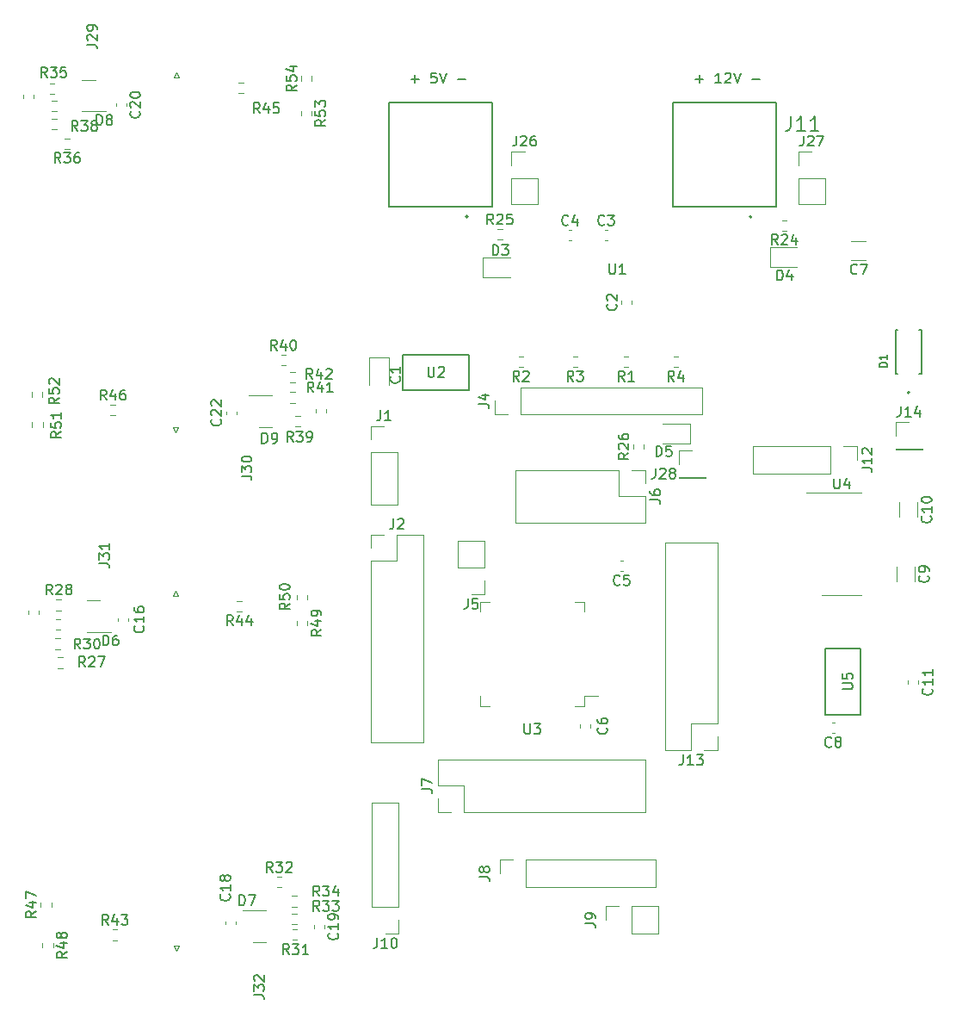
<source format=gbr>
%TF.GenerationSoftware,KiCad,Pcbnew,7.0.9*%
%TF.CreationDate,2023-12-08T23:53:58+01:00*%
%TF.ProjectId,SMPS_V1_data,534d5053-5f56-4315-9f64-6174612e6b69,rev?*%
%TF.SameCoordinates,Original*%
%TF.FileFunction,Legend,Top*%
%TF.FilePolarity,Positive*%
%FSLAX46Y46*%
G04 Gerber Fmt 4.6, Leading zero omitted, Abs format (unit mm)*
G04 Created by KiCad (PCBNEW 7.0.9) date 2023-12-08 23:53:58*
%MOMM*%
%LPD*%
G01*
G04 APERTURE LIST*
%ADD10C,0.150000*%
%ADD11C,0.120000*%
%ADD12C,0.127000*%
%ADD13C,0.200000*%
G04 APERTURE END LIST*
D10*
X110336779Y-42488866D02*
X111098684Y-42488866D01*
X110717731Y-42869819D02*
X110717731Y-42107914D01*
X112812969Y-41869819D02*
X112336779Y-41869819D01*
X112336779Y-41869819D02*
X112289160Y-42346009D01*
X112289160Y-42346009D02*
X112336779Y-42298390D01*
X112336779Y-42298390D02*
X112432017Y-42250771D01*
X112432017Y-42250771D02*
X112670112Y-42250771D01*
X112670112Y-42250771D02*
X112765350Y-42298390D01*
X112765350Y-42298390D02*
X112812969Y-42346009D01*
X112812969Y-42346009D02*
X112860588Y-42441247D01*
X112860588Y-42441247D02*
X112860588Y-42679342D01*
X112860588Y-42679342D02*
X112812969Y-42774580D01*
X112812969Y-42774580D02*
X112765350Y-42822200D01*
X112765350Y-42822200D02*
X112670112Y-42869819D01*
X112670112Y-42869819D02*
X112432017Y-42869819D01*
X112432017Y-42869819D02*
X112336779Y-42822200D01*
X112336779Y-42822200D02*
X112289160Y-42774580D01*
X113146303Y-41869819D02*
X113479636Y-42869819D01*
X113479636Y-42869819D02*
X113812969Y-41869819D01*
X114908208Y-42488866D02*
X115670113Y-42488866D01*
X138336779Y-42488866D02*
X139098684Y-42488866D01*
X138717731Y-42869819D02*
X138717731Y-42107914D01*
X140860588Y-42869819D02*
X140289160Y-42869819D01*
X140574874Y-42869819D02*
X140574874Y-41869819D01*
X140574874Y-41869819D02*
X140479636Y-42012676D01*
X140479636Y-42012676D02*
X140384398Y-42107914D01*
X140384398Y-42107914D02*
X140289160Y-42155533D01*
X141241541Y-41965057D02*
X141289160Y-41917438D01*
X141289160Y-41917438D02*
X141384398Y-41869819D01*
X141384398Y-41869819D02*
X141622493Y-41869819D01*
X141622493Y-41869819D02*
X141717731Y-41917438D01*
X141717731Y-41917438D02*
X141765350Y-41965057D01*
X141765350Y-41965057D02*
X141812969Y-42060295D01*
X141812969Y-42060295D02*
X141812969Y-42155533D01*
X141812969Y-42155533D02*
X141765350Y-42298390D01*
X141765350Y-42298390D02*
X141193922Y-42869819D01*
X141193922Y-42869819D02*
X141812969Y-42869819D01*
X142098684Y-41869819D02*
X142432017Y-42869819D01*
X142432017Y-42869819D02*
X142765350Y-41869819D01*
X143860589Y-42488866D02*
X144622494Y-42488866D01*
X75857342Y-50703619D02*
X75524009Y-50227428D01*
X75285914Y-50703619D02*
X75285914Y-49703619D01*
X75285914Y-49703619D02*
X75666866Y-49703619D01*
X75666866Y-49703619D02*
X75762104Y-49751238D01*
X75762104Y-49751238D02*
X75809723Y-49798857D01*
X75809723Y-49798857D02*
X75857342Y-49894095D01*
X75857342Y-49894095D02*
X75857342Y-50036952D01*
X75857342Y-50036952D02*
X75809723Y-50132190D01*
X75809723Y-50132190D02*
X75762104Y-50179809D01*
X75762104Y-50179809D02*
X75666866Y-50227428D01*
X75666866Y-50227428D02*
X75285914Y-50227428D01*
X76190676Y-49703619D02*
X76809723Y-49703619D01*
X76809723Y-49703619D02*
X76476390Y-50084571D01*
X76476390Y-50084571D02*
X76619247Y-50084571D01*
X76619247Y-50084571D02*
X76714485Y-50132190D01*
X76714485Y-50132190D02*
X76762104Y-50179809D01*
X76762104Y-50179809D02*
X76809723Y-50275047D01*
X76809723Y-50275047D02*
X76809723Y-50513142D01*
X76809723Y-50513142D02*
X76762104Y-50608380D01*
X76762104Y-50608380D02*
X76714485Y-50656000D01*
X76714485Y-50656000D02*
X76619247Y-50703619D01*
X76619247Y-50703619D02*
X76333533Y-50703619D01*
X76333533Y-50703619D02*
X76238295Y-50656000D01*
X76238295Y-50656000D02*
X76190676Y-50608380D01*
X77666866Y-49703619D02*
X77476390Y-49703619D01*
X77476390Y-49703619D02*
X77381152Y-49751238D01*
X77381152Y-49751238D02*
X77333533Y-49798857D01*
X77333533Y-49798857D02*
X77238295Y-49941714D01*
X77238295Y-49941714D02*
X77190676Y-50132190D01*
X77190676Y-50132190D02*
X77190676Y-50513142D01*
X77190676Y-50513142D02*
X77238295Y-50608380D01*
X77238295Y-50608380D02*
X77285914Y-50656000D01*
X77285914Y-50656000D02*
X77381152Y-50703619D01*
X77381152Y-50703619D02*
X77571628Y-50703619D01*
X77571628Y-50703619D02*
X77666866Y-50656000D01*
X77666866Y-50656000D02*
X77714485Y-50608380D01*
X77714485Y-50608380D02*
X77762104Y-50513142D01*
X77762104Y-50513142D02*
X77762104Y-50275047D01*
X77762104Y-50275047D02*
X77714485Y-50179809D01*
X77714485Y-50179809D02*
X77666866Y-50132190D01*
X77666866Y-50132190D02*
X77571628Y-50084571D01*
X77571628Y-50084571D02*
X77381152Y-50084571D01*
X77381152Y-50084571D02*
X77285914Y-50132190D01*
X77285914Y-50132190D02*
X77238295Y-50179809D01*
X77238295Y-50179809D02*
X77190676Y-50275047D01*
X74509542Y-42305419D02*
X74176209Y-41829228D01*
X73938114Y-42305419D02*
X73938114Y-41305419D01*
X73938114Y-41305419D02*
X74319066Y-41305419D01*
X74319066Y-41305419D02*
X74414304Y-41353038D01*
X74414304Y-41353038D02*
X74461923Y-41400657D01*
X74461923Y-41400657D02*
X74509542Y-41495895D01*
X74509542Y-41495895D02*
X74509542Y-41638752D01*
X74509542Y-41638752D02*
X74461923Y-41733990D01*
X74461923Y-41733990D02*
X74414304Y-41781609D01*
X74414304Y-41781609D02*
X74319066Y-41829228D01*
X74319066Y-41829228D02*
X73938114Y-41829228D01*
X74842876Y-41305419D02*
X75461923Y-41305419D01*
X75461923Y-41305419D02*
X75128590Y-41686371D01*
X75128590Y-41686371D02*
X75271447Y-41686371D01*
X75271447Y-41686371D02*
X75366685Y-41733990D01*
X75366685Y-41733990D02*
X75414304Y-41781609D01*
X75414304Y-41781609D02*
X75461923Y-41876847D01*
X75461923Y-41876847D02*
X75461923Y-42114942D01*
X75461923Y-42114942D02*
X75414304Y-42210180D01*
X75414304Y-42210180D02*
X75366685Y-42257800D01*
X75366685Y-42257800D02*
X75271447Y-42305419D01*
X75271447Y-42305419D02*
X74985733Y-42305419D01*
X74985733Y-42305419D02*
X74890495Y-42257800D01*
X74890495Y-42257800D02*
X74842876Y-42210180D01*
X76366685Y-41305419D02*
X75890495Y-41305419D01*
X75890495Y-41305419D02*
X75842876Y-41781609D01*
X75842876Y-41781609D02*
X75890495Y-41733990D01*
X75890495Y-41733990D02*
X75985733Y-41686371D01*
X75985733Y-41686371D02*
X76223828Y-41686371D01*
X76223828Y-41686371D02*
X76319066Y-41733990D01*
X76319066Y-41733990D02*
X76366685Y-41781609D01*
X76366685Y-41781609D02*
X76414304Y-41876847D01*
X76414304Y-41876847D02*
X76414304Y-42114942D01*
X76414304Y-42114942D02*
X76366685Y-42210180D01*
X76366685Y-42210180D02*
X76319066Y-42257800D01*
X76319066Y-42257800D02*
X76223828Y-42305419D01*
X76223828Y-42305419D02*
X75985733Y-42305419D01*
X75985733Y-42305419D02*
X75890495Y-42257800D01*
X75890495Y-42257800D02*
X75842876Y-42210180D01*
X77541142Y-47583419D02*
X77207809Y-47107228D01*
X76969714Y-47583419D02*
X76969714Y-46583419D01*
X76969714Y-46583419D02*
X77350666Y-46583419D01*
X77350666Y-46583419D02*
X77445904Y-46631038D01*
X77445904Y-46631038D02*
X77493523Y-46678657D01*
X77493523Y-46678657D02*
X77541142Y-46773895D01*
X77541142Y-46773895D02*
X77541142Y-46916752D01*
X77541142Y-46916752D02*
X77493523Y-47011990D01*
X77493523Y-47011990D02*
X77445904Y-47059609D01*
X77445904Y-47059609D02*
X77350666Y-47107228D01*
X77350666Y-47107228D02*
X76969714Y-47107228D01*
X77874476Y-46583419D02*
X78493523Y-46583419D01*
X78493523Y-46583419D02*
X78160190Y-46964371D01*
X78160190Y-46964371D02*
X78303047Y-46964371D01*
X78303047Y-46964371D02*
X78398285Y-47011990D01*
X78398285Y-47011990D02*
X78445904Y-47059609D01*
X78445904Y-47059609D02*
X78493523Y-47154847D01*
X78493523Y-47154847D02*
X78493523Y-47392942D01*
X78493523Y-47392942D02*
X78445904Y-47488180D01*
X78445904Y-47488180D02*
X78398285Y-47535800D01*
X78398285Y-47535800D02*
X78303047Y-47583419D01*
X78303047Y-47583419D02*
X78017333Y-47583419D01*
X78017333Y-47583419D02*
X77922095Y-47535800D01*
X77922095Y-47535800D02*
X77874476Y-47488180D01*
X79064952Y-47011990D02*
X78969714Y-46964371D01*
X78969714Y-46964371D02*
X78922095Y-46916752D01*
X78922095Y-46916752D02*
X78874476Y-46821514D01*
X78874476Y-46821514D02*
X78874476Y-46773895D01*
X78874476Y-46773895D02*
X78922095Y-46678657D01*
X78922095Y-46678657D02*
X78969714Y-46631038D01*
X78969714Y-46631038D02*
X79064952Y-46583419D01*
X79064952Y-46583419D02*
X79255428Y-46583419D01*
X79255428Y-46583419D02*
X79350666Y-46631038D01*
X79350666Y-46631038D02*
X79398285Y-46678657D01*
X79398285Y-46678657D02*
X79445904Y-46773895D01*
X79445904Y-46773895D02*
X79445904Y-46821514D01*
X79445904Y-46821514D02*
X79398285Y-46916752D01*
X79398285Y-46916752D02*
X79350666Y-46964371D01*
X79350666Y-46964371D02*
X79255428Y-47011990D01*
X79255428Y-47011990D02*
X79064952Y-47011990D01*
X79064952Y-47011990D02*
X78969714Y-47059609D01*
X78969714Y-47059609D02*
X78922095Y-47107228D01*
X78922095Y-47107228D02*
X78874476Y-47202466D01*
X78874476Y-47202466D02*
X78874476Y-47392942D01*
X78874476Y-47392942D02*
X78922095Y-47488180D01*
X78922095Y-47488180D02*
X78969714Y-47535800D01*
X78969714Y-47535800D02*
X79064952Y-47583419D01*
X79064952Y-47583419D02*
X79255428Y-47583419D01*
X79255428Y-47583419D02*
X79350666Y-47535800D01*
X79350666Y-47535800D02*
X79398285Y-47488180D01*
X79398285Y-47488180D02*
X79445904Y-47392942D01*
X79445904Y-47392942D02*
X79445904Y-47202466D01*
X79445904Y-47202466D02*
X79398285Y-47107228D01*
X79398285Y-47107228D02*
X79350666Y-47059609D01*
X79350666Y-47059609D02*
X79255428Y-47011990D01*
X121485095Y-105847819D02*
X121485095Y-106657342D01*
X121485095Y-106657342D02*
X121532714Y-106752580D01*
X121532714Y-106752580D02*
X121580333Y-106800200D01*
X121580333Y-106800200D02*
X121675571Y-106847819D01*
X121675571Y-106847819D02*
X121866047Y-106847819D01*
X121866047Y-106847819D02*
X121961285Y-106800200D01*
X121961285Y-106800200D02*
X122008904Y-106752580D01*
X122008904Y-106752580D02*
X122056523Y-106657342D01*
X122056523Y-106657342D02*
X122056523Y-105847819D01*
X122437476Y-105847819D02*
X123056523Y-105847819D01*
X123056523Y-105847819D02*
X122723190Y-106228771D01*
X122723190Y-106228771D02*
X122866047Y-106228771D01*
X122866047Y-106228771D02*
X122961285Y-106276390D01*
X122961285Y-106276390D02*
X123008904Y-106324009D01*
X123008904Y-106324009D02*
X123056523Y-106419247D01*
X123056523Y-106419247D02*
X123056523Y-106657342D01*
X123056523Y-106657342D02*
X123008904Y-106752580D01*
X123008904Y-106752580D02*
X122961285Y-106800200D01*
X122961285Y-106800200D02*
X122866047Y-106847819D01*
X122866047Y-106847819D02*
X122580333Y-106847819D01*
X122580333Y-106847819D02*
X122485095Y-106800200D01*
X122485095Y-106800200D02*
X122437476Y-106752580D01*
X146361905Y-62254819D02*
X146361905Y-61254819D01*
X146361905Y-61254819D02*
X146600000Y-61254819D01*
X146600000Y-61254819D02*
X146742857Y-61302438D01*
X146742857Y-61302438D02*
X146838095Y-61397676D01*
X146838095Y-61397676D02*
X146885714Y-61492914D01*
X146885714Y-61492914D02*
X146933333Y-61683390D01*
X146933333Y-61683390D02*
X146933333Y-61826247D01*
X146933333Y-61826247D02*
X146885714Y-62016723D01*
X146885714Y-62016723D02*
X146838095Y-62111961D01*
X146838095Y-62111961D02*
X146742857Y-62207200D01*
X146742857Y-62207200D02*
X146600000Y-62254819D01*
X146600000Y-62254819D02*
X146361905Y-62254819D01*
X147790476Y-61588152D02*
X147790476Y-62254819D01*
X147552381Y-61207200D02*
X147314286Y-61921485D01*
X147314286Y-61921485D02*
X147933333Y-61921485D01*
X129559580Y-106245666D02*
X129607200Y-106293285D01*
X129607200Y-106293285D02*
X129654819Y-106436142D01*
X129654819Y-106436142D02*
X129654819Y-106531380D01*
X129654819Y-106531380D02*
X129607200Y-106674237D01*
X129607200Y-106674237D02*
X129511961Y-106769475D01*
X129511961Y-106769475D02*
X129416723Y-106817094D01*
X129416723Y-106817094D02*
X129226247Y-106864713D01*
X129226247Y-106864713D02*
X129083390Y-106864713D01*
X129083390Y-106864713D02*
X128892914Y-106817094D01*
X128892914Y-106817094D02*
X128797676Y-106769475D01*
X128797676Y-106769475D02*
X128702438Y-106674237D01*
X128702438Y-106674237D02*
X128654819Y-106531380D01*
X128654819Y-106531380D02*
X128654819Y-106436142D01*
X128654819Y-106436142D02*
X128702438Y-106293285D01*
X128702438Y-106293285D02*
X128750057Y-106245666D01*
X128654819Y-105388523D02*
X128654819Y-105578999D01*
X128654819Y-105578999D02*
X128702438Y-105674237D01*
X128702438Y-105674237D02*
X128750057Y-105721856D01*
X128750057Y-105721856D02*
X128892914Y-105817094D01*
X128892914Y-105817094D02*
X129083390Y-105864713D01*
X129083390Y-105864713D02*
X129464342Y-105864713D01*
X129464342Y-105864713D02*
X129559580Y-105817094D01*
X129559580Y-105817094D02*
X129607200Y-105769475D01*
X129607200Y-105769475D02*
X129654819Y-105674237D01*
X129654819Y-105674237D02*
X129654819Y-105483761D01*
X129654819Y-105483761D02*
X129607200Y-105388523D01*
X129607200Y-105388523D02*
X129559580Y-105340904D01*
X129559580Y-105340904D02*
X129464342Y-105293285D01*
X129464342Y-105293285D02*
X129226247Y-105293285D01*
X129226247Y-105293285D02*
X129131009Y-105340904D01*
X129131009Y-105340904D02*
X129083390Y-105388523D01*
X129083390Y-105388523D02*
X129035771Y-105483761D01*
X129035771Y-105483761D02*
X129035771Y-105674237D01*
X129035771Y-105674237D02*
X129083390Y-105769475D01*
X129083390Y-105769475D02*
X129131009Y-105817094D01*
X129131009Y-105817094D02*
X129226247Y-105864713D01*
X92807142Y-96184819D02*
X92473809Y-95708628D01*
X92235714Y-96184819D02*
X92235714Y-95184819D01*
X92235714Y-95184819D02*
X92616666Y-95184819D01*
X92616666Y-95184819D02*
X92711904Y-95232438D01*
X92711904Y-95232438D02*
X92759523Y-95280057D01*
X92759523Y-95280057D02*
X92807142Y-95375295D01*
X92807142Y-95375295D02*
X92807142Y-95518152D01*
X92807142Y-95518152D02*
X92759523Y-95613390D01*
X92759523Y-95613390D02*
X92711904Y-95661009D01*
X92711904Y-95661009D02*
X92616666Y-95708628D01*
X92616666Y-95708628D02*
X92235714Y-95708628D01*
X93664285Y-95518152D02*
X93664285Y-96184819D01*
X93426190Y-95137200D02*
X93188095Y-95851485D01*
X93188095Y-95851485D02*
X93807142Y-95851485D01*
X94616666Y-95518152D02*
X94616666Y-96184819D01*
X94378571Y-95137200D02*
X94140476Y-95851485D01*
X94140476Y-95851485D02*
X94759523Y-95851485D01*
X101318142Y-124254419D02*
X100984809Y-123778228D01*
X100746714Y-124254419D02*
X100746714Y-123254419D01*
X100746714Y-123254419D02*
X101127666Y-123254419D01*
X101127666Y-123254419D02*
X101222904Y-123302038D01*
X101222904Y-123302038D02*
X101270523Y-123349657D01*
X101270523Y-123349657D02*
X101318142Y-123444895D01*
X101318142Y-123444895D02*
X101318142Y-123587752D01*
X101318142Y-123587752D02*
X101270523Y-123682990D01*
X101270523Y-123682990D02*
X101222904Y-123730609D01*
X101222904Y-123730609D02*
X101127666Y-123778228D01*
X101127666Y-123778228D02*
X100746714Y-123778228D01*
X101651476Y-123254419D02*
X102270523Y-123254419D01*
X102270523Y-123254419D02*
X101937190Y-123635371D01*
X101937190Y-123635371D02*
X102080047Y-123635371D01*
X102080047Y-123635371D02*
X102175285Y-123682990D01*
X102175285Y-123682990D02*
X102222904Y-123730609D01*
X102222904Y-123730609D02*
X102270523Y-123825847D01*
X102270523Y-123825847D02*
X102270523Y-124063942D01*
X102270523Y-124063942D02*
X102222904Y-124159180D01*
X102222904Y-124159180D02*
X102175285Y-124206800D01*
X102175285Y-124206800D02*
X102080047Y-124254419D01*
X102080047Y-124254419D02*
X101794333Y-124254419D01*
X101794333Y-124254419D02*
X101699095Y-124206800D01*
X101699095Y-124206800D02*
X101651476Y-124159180D01*
X102603857Y-123254419D02*
X103222904Y-123254419D01*
X103222904Y-123254419D02*
X102889571Y-123635371D01*
X102889571Y-123635371D02*
X103032428Y-123635371D01*
X103032428Y-123635371D02*
X103127666Y-123682990D01*
X103127666Y-123682990D02*
X103175285Y-123730609D01*
X103175285Y-123730609D02*
X103222904Y-123825847D01*
X103222904Y-123825847D02*
X103222904Y-124063942D01*
X103222904Y-124063942D02*
X103175285Y-124159180D01*
X103175285Y-124159180D02*
X103127666Y-124206800D01*
X103127666Y-124206800D02*
X103032428Y-124254419D01*
X103032428Y-124254419D02*
X102746714Y-124254419D01*
X102746714Y-124254419D02*
X102651476Y-124206800D01*
X102651476Y-124206800D02*
X102603857Y-124159180D01*
X93654819Y-81509523D02*
X94369104Y-81509523D01*
X94369104Y-81509523D02*
X94511961Y-81557142D01*
X94511961Y-81557142D02*
X94607200Y-81652380D01*
X94607200Y-81652380D02*
X94654819Y-81795237D01*
X94654819Y-81795237D02*
X94654819Y-81890475D01*
X93654819Y-81128570D02*
X93654819Y-80509523D01*
X93654819Y-80509523D02*
X94035771Y-80842856D01*
X94035771Y-80842856D02*
X94035771Y-80699999D01*
X94035771Y-80699999D02*
X94083390Y-80604761D01*
X94083390Y-80604761D02*
X94131009Y-80557142D01*
X94131009Y-80557142D02*
X94226247Y-80509523D01*
X94226247Y-80509523D02*
X94464342Y-80509523D01*
X94464342Y-80509523D02*
X94559580Y-80557142D01*
X94559580Y-80557142D02*
X94607200Y-80604761D01*
X94607200Y-80604761D02*
X94654819Y-80699999D01*
X94654819Y-80699999D02*
X94654819Y-80985713D01*
X94654819Y-80985713D02*
X94607200Y-81080951D01*
X94607200Y-81080951D02*
X94559580Y-81128570D01*
X93654819Y-79890475D02*
X93654819Y-79795237D01*
X93654819Y-79795237D02*
X93702438Y-79699999D01*
X93702438Y-79699999D02*
X93750057Y-79652380D01*
X93750057Y-79652380D02*
X93845295Y-79604761D01*
X93845295Y-79604761D02*
X94035771Y-79557142D01*
X94035771Y-79557142D02*
X94273866Y-79557142D01*
X94273866Y-79557142D02*
X94464342Y-79604761D01*
X94464342Y-79604761D02*
X94559580Y-79652380D01*
X94559580Y-79652380D02*
X94607200Y-79699999D01*
X94607200Y-79699999D02*
X94654819Y-79795237D01*
X94654819Y-79795237D02*
X94654819Y-79890475D01*
X94654819Y-79890475D02*
X94607200Y-79985713D01*
X94607200Y-79985713D02*
X94559580Y-80033332D01*
X94559580Y-80033332D02*
X94464342Y-80080951D01*
X94464342Y-80080951D02*
X94273866Y-80128570D01*
X94273866Y-80128570D02*
X94035771Y-80128570D01*
X94035771Y-80128570D02*
X93845295Y-80080951D01*
X93845295Y-80080951D02*
X93750057Y-80033332D01*
X93750057Y-80033332D02*
X93702438Y-79985713D01*
X93702438Y-79985713D02*
X93654819Y-79890475D01*
X94881819Y-132519523D02*
X95596104Y-132519523D01*
X95596104Y-132519523D02*
X95738961Y-132567142D01*
X95738961Y-132567142D02*
X95834200Y-132662380D01*
X95834200Y-132662380D02*
X95881819Y-132805237D01*
X95881819Y-132805237D02*
X95881819Y-132900475D01*
X94881819Y-132138570D02*
X94881819Y-131519523D01*
X94881819Y-131519523D02*
X95262771Y-131852856D01*
X95262771Y-131852856D02*
X95262771Y-131709999D01*
X95262771Y-131709999D02*
X95310390Y-131614761D01*
X95310390Y-131614761D02*
X95358009Y-131567142D01*
X95358009Y-131567142D02*
X95453247Y-131519523D01*
X95453247Y-131519523D02*
X95691342Y-131519523D01*
X95691342Y-131519523D02*
X95786580Y-131567142D01*
X95786580Y-131567142D02*
X95834200Y-131614761D01*
X95834200Y-131614761D02*
X95881819Y-131709999D01*
X95881819Y-131709999D02*
X95881819Y-131995713D01*
X95881819Y-131995713D02*
X95834200Y-132090951D01*
X95834200Y-132090951D02*
X95786580Y-132138570D01*
X94977057Y-131138570D02*
X94929438Y-131090951D01*
X94929438Y-131090951D02*
X94881819Y-130995713D01*
X94881819Y-130995713D02*
X94881819Y-130757618D01*
X94881819Y-130757618D02*
X94929438Y-130662380D01*
X94929438Y-130662380D02*
X94977057Y-130614761D01*
X94977057Y-130614761D02*
X95072295Y-130567142D01*
X95072295Y-130567142D02*
X95167533Y-130567142D01*
X95167533Y-130567142D02*
X95310390Y-130614761D01*
X95310390Y-130614761D02*
X95881819Y-131186189D01*
X95881819Y-131186189D02*
X95881819Y-130567142D01*
X78266342Y-100254819D02*
X77933009Y-99778628D01*
X77694914Y-100254819D02*
X77694914Y-99254819D01*
X77694914Y-99254819D02*
X78075866Y-99254819D01*
X78075866Y-99254819D02*
X78171104Y-99302438D01*
X78171104Y-99302438D02*
X78218723Y-99350057D01*
X78218723Y-99350057D02*
X78266342Y-99445295D01*
X78266342Y-99445295D02*
X78266342Y-99588152D01*
X78266342Y-99588152D02*
X78218723Y-99683390D01*
X78218723Y-99683390D02*
X78171104Y-99731009D01*
X78171104Y-99731009D02*
X78075866Y-99778628D01*
X78075866Y-99778628D02*
X77694914Y-99778628D01*
X78647295Y-99350057D02*
X78694914Y-99302438D01*
X78694914Y-99302438D02*
X78790152Y-99254819D01*
X78790152Y-99254819D02*
X79028247Y-99254819D01*
X79028247Y-99254819D02*
X79123485Y-99302438D01*
X79123485Y-99302438D02*
X79171104Y-99350057D01*
X79171104Y-99350057D02*
X79218723Y-99445295D01*
X79218723Y-99445295D02*
X79218723Y-99540533D01*
X79218723Y-99540533D02*
X79171104Y-99683390D01*
X79171104Y-99683390D02*
X78599676Y-100254819D01*
X78599676Y-100254819D02*
X79218723Y-100254819D01*
X79552057Y-99254819D02*
X80218723Y-99254819D01*
X80218723Y-99254819D02*
X79790152Y-100254819D01*
X77792342Y-98498819D02*
X77459009Y-98022628D01*
X77220914Y-98498819D02*
X77220914Y-97498819D01*
X77220914Y-97498819D02*
X77601866Y-97498819D01*
X77601866Y-97498819D02*
X77697104Y-97546438D01*
X77697104Y-97546438D02*
X77744723Y-97594057D01*
X77744723Y-97594057D02*
X77792342Y-97689295D01*
X77792342Y-97689295D02*
X77792342Y-97832152D01*
X77792342Y-97832152D02*
X77744723Y-97927390D01*
X77744723Y-97927390D02*
X77697104Y-97975009D01*
X77697104Y-97975009D02*
X77601866Y-98022628D01*
X77601866Y-98022628D02*
X77220914Y-98022628D01*
X78125676Y-97498819D02*
X78744723Y-97498819D01*
X78744723Y-97498819D02*
X78411390Y-97879771D01*
X78411390Y-97879771D02*
X78554247Y-97879771D01*
X78554247Y-97879771D02*
X78649485Y-97927390D01*
X78649485Y-97927390D02*
X78697104Y-97975009D01*
X78697104Y-97975009D02*
X78744723Y-98070247D01*
X78744723Y-98070247D02*
X78744723Y-98308342D01*
X78744723Y-98308342D02*
X78697104Y-98403580D01*
X78697104Y-98403580D02*
X78649485Y-98451200D01*
X78649485Y-98451200D02*
X78554247Y-98498819D01*
X78554247Y-98498819D02*
X78268533Y-98498819D01*
X78268533Y-98498819D02*
X78173295Y-98451200D01*
X78173295Y-98451200D02*
X78125676Y-98403580D01*
X79363771Y-97498819D02*
X79459009Y-97498819D01*
X79459009Y-97498819D02*
X79554247Y-97546438D01*
X79554247Y-97546438D02*
X79601866Y-97594057D01*
X79601866Y-97594057D02*
X79649485Y-97689295D01*
X79649485Y-97689295D02*
X79697104Y-97879771D01*
X79697104Y-97879771D02*
X79697104Y-98117866D01*
X79697104Y-98117866D02*
X79649485Y-98308342D01*
X79649485Y-98308342D02*
X79601866Y-98403580D01*
X79601866Y-98403580D02*
X79554247Y-98451200D01*
X79554247Y-98451200D02*
X79459009Y-98498819D01*
X79459009Y-98498819D02*
X79363771Y-98498819D01*
X79363771Y-98498819D02*
X79268533Y-98451200D01*
X79268533Y-98451200D02*
X79220914Y-98403580D01*
X79220914Y-98403580D02*
X79173295Y-98308342D01*
X79173295Y-98308342D02*
X79125676Y-98117866D01*
X79125676Y-98117866D02*
X79125676Y-97879771D01*
X79125676Y-97879771D02*
X79173295Y-97689295D01*
X79173295Y-97689295D02*
X79220914Y-97594057D01*
X79220914Y-97594057D02*
X79268533Y-97546438D01*
X79268533Y-97546438D02*
X79363771Y-97498819D01*
X134461905Y-79554819D02*
X134461905Y-78554819D01*
X134461905Y-78554819D02*
X134700000Y-78554819D01*
X134700000Y-78554819D02*
X134842857Y-78602438D01*
X134842857Y-78602438D02*
X134938095Y-78697676D01*
X134938095Y-78697676D02*
X134985714Y-78792914D01*
X134985714Y-78792914D02*
X135033333Y-78983390D01*
X135033333Y-78983390D02*
X135033333Y-79126247D01*
X135033333Y-79126247D02*
X134985714Y-79316723D01*
X134985714Y-79316723D02*
X134938095Y-79411961D01*
X134938095Y-79411961D02*
X134842857Y-79507200D01*
X134842857Y-79507200D02*
X134700000Y-79554819D01*
X134700000Y-79554819D02*
X134461905Y-79554819D01*
X135938095Y-78554819D02*
X135461905Y-78554819D01*
X135461905Y-78554819D02*
X135414286Y-79031009D01*
X135414286Y-79031009D02*
X135461905Y-78983390D01*
X135461905Y-78983390D02*
X135557143Y-78935771D01*
X135557143Y-78935771D02*
X135795238Y-78935771D01*
X135795238Y-78935771D02*
X135890476Y-78983390D01*
X135890476Y-78983390D02*
X135938095Y-79031009D01*
X135938095Y-79031009D02*
X135985714Y-79126247D01*
X135985714Y-79126247D02*
X135985714Y-79364342D01*
X135985714Y-79364342D02*
X135938095Y-79459580D01*
X135938095Y-79459580D02*
X135890476Y-79507200D01*
X135890476Y-79507200D02*
X135795238Y-79554819D01*
X135795238Y-79554819D02*
X135557143Y-79554819D01*
X135557143Y-79554819D02*
X135461905Y-79507200D01*
X135461905Y-79507200D02*
X135414286Y-79459580D01*
X79654819Y-90089523D02*
X80369104Y-90089523D01*
X80369104Y-90089523D02*
X80511961Y-90137142D01*
X80511961Y-90137142D02*
X80607200Y-90232380D01*
X80607200Y-90232380D02*
X80654819Y-90375237D01*
X80654819Y-90375237D02*
X80654819Y-90470475D01*
X79654819Y-89708570D02*
X79654819Y-89089523D01*
X79654819Y-89089523D02*
X80035771Y-89422856D01*
X80035771Y-89422856D02*
X80035771Y-89279999D01*
X80035771Y-89279999D02*
X80083390Y-89184761D01*
X80083390Y-89184761D02*
X80131009Y-89137142D01*
X80131009Y-89137142D02*
X80226247Y-89089523D01*
X80226247Y-89089523D02*
X80464342Y-89089523D01*
X80464342Y-89089523D02*
X80559580Y-89137142D01*
X80559580Y-89137142D02*
X80607200Y-89184761D01*
X80607200Y-89184761D02*
X80654819Y-89279999D01*
X80654819Y-89279999D02*
X80654819Y-89565713D01*
X80654819Y-89565713D02*
X80607200Y-89660951D01*
X80607200Y-89660951D02*
X80559580Y-89708570D01*
X80654819Y-88137142D02*
X80654819Y-88708570D01*
X80654819Y-88422856D02*
X79654819Y-88422856D01*
X79654819Y-88422856D02*
X79797676Y-88518094D01*
X79797676Y-88518094D02*
X79892914Y-88613332D01*
X79892914Y-88613332D02*
X79940533Y-88708570D01*
X125803333Y-56761580D02*
X125755714Y-56809200D01*
X125755714Y-56809200D02*
X125612857Y-56856819D01*
X125612857Y-56856819D02*
X125517619Y-56856819D01*
X125517619Y-56856819D02*
X125374762Y-56809200D01*
X125374762Y-56809200D02*
X125279524Y-56713961D01*
X125279524Y-56713961D02*
X125231905Y-56618723D01*
X125231905Y-56618723D02*
X125184286Y-56428247D01*
X125184286Y-56428247D02*
X125184286Y-56285390D01*
X125184286Y-56285390D02*
X125231905Y-56094914D01*
X125231905Y-56094914D02*
X125279524Y-55999676D01*
X125279524Y-55999676D02*
X125374762Y-55904438D01*
X125374762Y-55904438D02*
X125517619Y-55856819D01*
X125517619Y-55856819D02*
X125612857Y-55856819D01*
X125612857Y-55856819D02*
X125755714Y-55904438D01*
X125755714Y-55904438D02*
X125803333Y-55952057D01*
X126660476Y-56190152D02*
X126660476Y-56856819D01*
X126422381Y-55809200D02*
X126184286Y-56523485D01*
X126184286Y-56523485D02*
X126803333Y-56523485D01*
X136217333Y-72175819D02*
X135884000Y-71699628D01*
X135645905Y-72175819D02*
X135645905Y-71175819D01*
X135645905Y-71175819D02*
X136026857Y-71175819D01*
X136026857Y-71175819D02*
X136122095Y-71223438D01*
X136122095Y-71223438D02*
X136169714Y-71271057D01*
X136169714Y-71271057D02*
X136217333Y-71366295D01*
X136217333Y-71366295D02*
X136217333Y-71509152D01*
X136217333Y-71509152D02*
X136169714Y-71604390D01*
X136169714Y-71604390D02*
X136122095Y-71652009D01*
X136122095Y-71652009D02*
X136026857Y-71699628D01*
X136026857Y-71699628D02*
X135645905Y-71699628D01*
X137074476Y-71509152D02*
X137074476Y-72175819D01*
X136836381Y-71128200D02*
X136598286Y-71842485D01*
X136598286Y-71842485D02*
X137217333Y-71842485D01*
X120701676Y-48048019D02*
X120701676Y-48762304D01*
X120701676Y-48762304D02*
X120654057Y-48905161D01*
X120654057Y-48905161D02*
X120558819Y-49000400D01*
X120558819Y-49000400D02*
X120415962Y-49048019D01*
X120415962Y-49048019D02*
X120320724Y-49048019D01*
X121130248Y-48143257D02*
X121177867Y-48095638D01*
X121177867Y-48095638D02*
X121273105Y-48048019D01*
X121273105Y-48048019D02*
X121511200Y-48048019D01*
X121511200Y-48048019D02*
X121606438Y-48095638D01*
X121606438Y-48095638D02*
X121654057Y-48143257D01*
X121654057Y-48143257D02*
X121701676Y-48238495D01*
X121701676Y-48238495D02*
X121701676Y-48333733D01*
X121701676Y-48333733D02*
X121654057Y-48476590D01*
X121654057Y-48476590D02*
X121082629Y-49048019D01*
X121082629Y-49048019D02*
X121701676Y-49048019D01*
X122558819Y-48048019D02*
X122368343Y-48048019D01*
X122368343Y-48048019D02*
X122273105Y-48095638D01*
X122273105Y-48095638D02*
X122225486Y-48143257D01*
X122225486Y-48143257D02*
X122130248Y-48286114D01*
X122130248Y-48286114D02*
X122082629Y-48476590D01*
X122082629Y-48476590D02*
X122082629Y-48857542D01*
X122082629Y-48857542D02*
X122130248Y-48952780D01*
X122130248Y-48952780D02*
X122177867Y-49000400D01*
X122177867Y-49000400D02*
X122273105Y-49048019D01*
X122273105Y-49048019D02*
X122463581Y-49048019D01*
X122463581Y-49048019D02*
X122558819Y-49000400D01*
X122558819Y-49000400D02*
X122606438Y-48952780D01*
X122606438Y-48952780D02*
X122654057Y-48857542D01*
X122654057Y-48857542D02*
X122654057Y-48619447D01*
X122654057Y-48619447D02*
X122606438Y-48524209D01*
X122606438Y-48524209D02*
X122558819Y-48476590D01*
X122558819Y-48476590D02*
X122463581Y-48428971D01*
X122463581Y-48428971D02*
X122273105Y-48428971D01*
X122273105Y-48428971D02*
X122177867Y-48476590D01*
X122177867Y-48476590D02*
X122130248Y-48524209D01*
X122130248Y-48524209D02*
X122082629Y-48619447D01*
X109183580Y-71727666D02*
X109231200Y-71775285D01*
X109231200Y-71775285D02*
X109278819Y-71918142D01*
X109278819Y-71918142D02*
X109278819Y-72013380D01*
X109278819Y-72013380D02*
X109231200Y-72156237D01*
X109231200Y-72156237D02*
X109135961Y-72251475D01*
X109135961Y-72251475D02*
X109040723Y-72299094D01*
X109040723Y-72299094D02*
X108850247Y-72346713D01*
X108850247Y-72346713D02*
X108707390Y-72346713D01*
X108707390Y-72346713D02*
X108516914Y-72299094D01*
X108516914Y-72299094D02*
X108421676Y-72251475D01*
X108421676Y-72251475D02*
X108326438Y-72156237D01*
X108326438Y-72156237D02*
X108278819Y-72013380D01*
X108278819Y-72013380D02*
X108278819Y-71918142D01*
X108278819Y-71918142D02*
X108326438Y-71775285D01*
X108326438Y-71775285D02*
X108374057Y-71727666D01*
X109278819Y-70775285D02*
X109278819Y-71346713D01*
X109278819Y-71060999D02*
X108278819Y-71060999D01*
X108278819Y-71060999D02*
X108421676Y-71156237D01*
X108421676Y-71156237D02*
X108516914Y-71251475D01*
X108516914Y-71251475D02*
X108564533Y-71346713D01*
X92451580Y-122626057D02*
X92499200Y-122673676D01*
X92499200Y-122673676D02*
X92546819Y-122816533D01*
X92546819Y-122816533D02*
X92546819Y-122911771D01*
X92546819Y-122911771D02*
X92499200Y-123054628D01*
X92499200Y-123054628D02*
X92403961Y-123149866D01*
X92403961Y-123149866D02*
X92308723Y-123197485D01*
X92308723Y-123197485D02*
X92118247Y-123245104D01*
X92118247Y-123245104D02*
X91975390Y-123245104D01*
X91975390Y-123245104D02*
X91784914Y-123197485D01*
X91784914Y-123197485D02*
X91689676Y-123149866D01*
X91689676Y-123149866D02*
X91594438Y-123054628D01*
X91594438Y-123054628D02*
X91546819Y-122911771D01*
X91546819Y-122911771D02*
X91546819Y-122816533D01*
X91546819Y-122816533D02*
X91594438Y-122673676D01*
X91594438Y-122673676D02*
X91642057Y-122626057D01*
X92546819Y-121673676D02*
X92546819Y-122245104D01*
X92546819Y-121959390D02*
X91546819Y-121959390D01*
X91546819Y-121959390D02*
X91689676Y-122054628D01*
X91689676Y-122054628D02*
X91784914Y-122149866D01*
X91784914Y-122149866D02*
X91832533Y-122245104D01*
X91975390Y-121102247D02*
X91927771Y-121197485D01*
X91927771Y-121197485D02*
X91880152Y-121245104D01*
X91880152Y-121245104D02*
X91784914Y-121292723D01*
X91784914Y-121292723D02*
X91737295Y-121292723D01*
X91737295Y-121292723D02*
X91642057Y-121245104D01*
X91642057Y-121245104D02*
X91594438Y-121197485D01*
X91594438Y-121197485D02*
X91546819Y-121102247D01*
X91546819Y-121102247D02*
X91546819Y-120911771D01*
X91546819Y-120911771D02*
X91594438Y-120816533D01*
X91594438Y-120816533D02*
X91642057Y-120768914D01*
X91642057Y-120768914D02*
X91737295Y-120721295D01*
X91737295Y-120721295D02*
X91784914Y-120721295D01*
X91784914Y-120721295D02*
X91880152Y-120768914D01*
X91880152Y-120768914D02*
X91927771Y-120816533D01*
X91927771Y-120816533D02*
X91975390Y-120911771D01*
X91975390Y-120911771D02*
X91975390Y-121102247D01*
X91975390Y-121102247D02*
X92023009Y-121197485D01*
X92023009Y-121197485D02*
X92070628Y-121245104D01*
X92070628Y-121245104D02*
X92165866Y-121292723D01*
X92165866Y-121292723D02*
X92356342Y-121292723D01*
X92356342Y-121292723D02*
X92451580Y-121245104D01*
X92451580Y-121245104D02*
X92499200Y-121197485D01*
X92499200Y-121197485D02*
X92546819Y-121102247D01*
X92546819Y-121102247D02*
X92546819Y-120911771D01*
X92546819Y-120911771D02*
X92499200Y-120816533D01*
X92499200Y-120816533D02*
X92451580Y-120768914D01*
X92451580Y-120768914D02*
X92356342Y-120721295D01*
X92356342Y-120721295D02*
X92165866Y-120721295D01*
X92165866Y-120721295D02*
X92070628Y-120768914D01*
X92070628Y-120768914D02*
X92023009Y-120816533D01*
X92023009Y-120816533D02*
X91975390Y-120911771D01*
X80557142Y-125624819D02*
X80223809Y-125148628D01*
X79985714Y-125624819D02*
X79985714Y-124624819D01*
X79985714Y-124624819D02*
X80366666Y-124624819D01*
X80366666Y-124624819D02*
X80461904Y-124672438D01*
X80461904Y-124672438D02*
X80509523Y-124720057D01*
X80509523Y-124720057D02*
X80557142Y-124815295D01*
X80557142Y-124815295D02*
X80557142Y-124958152D01*
X80557142Y-124958152D02*
X80509523Y-125053390D01*
X80509523Y-125053390D02*
X80461904Y-125101009D01*
X80461904Y-125101009D02*
X80366666Y-125148628D01*
X80366666Y-125148628D02*
X79985714Y-125148628D01*
X81414285Y-124958152D02*
X81414285Y-125624819D01*
X81176190Y-124577200D02*
X80938095Y-125291485D01*
X80938095Y-125291485D02*
X81557142Y-125291485D01*
X81842857Y-124624819D02*
X82461904Y-124624819D01*
X82461904Y-124624819D02*
X82128571Y-125005771D01*
X82128571Y-125005771D02*
X82271428Y-125005771D01*
X82271428Y-125005771D02*
X82366666Y-125053390D01*
X82366666Y-125053390D02*
X82414285Y-125101009D01*
X82414285Y-125101009D02*
X82461904Y-125196247D01*
X82461904Y-125196247D02*
X82461904Y-125434342D01*
X82461904Y-125434342D02*
X82414285Y-125529580D01*
X82414285Y-125529580D02*
X82366666Y-125577200D01*
X82366666Y-125577200D02*
X82271428Y-125624819D01*
X82271428Y-125624819D02*
X81985714Y-125624819D01*
X81985714Y-125624819D02*
X81890476Y-125577200D01*
X81890476Y-125577200D02*
X81842857Y-125529580D01*
X115916666Y-93554819D02*
X115916666Y-94269104D01*
X115916666Y-94269104D02*
X115869047Y-94411961D01*
X115869047Y-94411961D02*
X115773809Y-94507200D01*
X115773809Y-94507200D02*
X115630952Y-94554819D01*
X115630952Y-94554819D02*
X115535714Y-94554819D01*
X116869047Y-93554819D02*
X116392857Y-93554819D01*
X116392857Y-93554819D02*
X116345238Y-94031009D01*
X116345238Y-94031009D02*
X116392857Y-93983390D01*
X116392857Y-93983390D02*
X116488095Y-93935771D01*
X116488095Y-93935771D02*
X116726190Y-93935771D01*
X116726190Y-93935771D02*
X116821428Y-93983390D01*
X116821428Y-93983390D02*
X116869047Y-94031009D01*
X116869047Y-94031009D02*
X116916666Y-94126247D01*
X116916666Y-94126247D02*
X116916666Y-94364342D01*
X116916666Y-94364342D02*
X116869047Y-94459580D01*
X116869047Y-94459580D02*
X116821428Y-94507200D01*
X116821428Y-94507200D02*
X116726190Y-94554819D01*
X116726190Y-94554819D02*
X116488095Y-94554819D01*
X116488095Y-94554819D02*
X116392857Y-94507200D01*
X116392857Y-94507200D02*
X116345238Y-94459580D01*
X83971580Y-96242857D02*
X84019200Y-96290476D01*
X84019200Y-96290476D02*
X84066819Y-96433333D01*
X84066819Y-96433333D02*
X84066819Y-96528571D01*
X84066819Y-96528571D02*
X84019200Y-96671428D01*
X84019200Y-96671428D02*
X83923961Y-96766666D01*
X83923961Y-96766666D02*
X83828723Y-96814285D01*
X83828723Y-96814285D02*
X83638247Y-96861904D01*
X83638247Y-96861904D02*
X83495390Y-96861904D01*
X83495390Y-96861904D02*
X83304914Y-96814285D01*
X83304914Y-96814285D02*
X83209676Y-96766666D01*
X83209676Y-96766666D02*
X83114438Y-96671428D01*
X83114438Y-96671428D02*
X83066819Y-96528571D01*
X83066819Y-96528571D02*
X83066819Y-96433333D01*
X83066819Y-96433333D02*
X83114438Y-96290476D01*
X83114438Y-96290476D02*
X83162057Y-96242857D01*
X84066819Y-95290476D02*
X84066819Y-95861904D01*
X84066819Y-95576190D02*
X83066819Y-95576190D01*
X83066819Y-95576190D02*
X83209676Y-95671428D01*
X83209676Y-95671428D02*
X83304914Y-95766666D01*
X83304914Y-95766666D02*
X83352533Y-95861904D01*
X83066819Y-94433333D02*
X83066819Y-94623809D01*
X83066819Y-94623809D02*
X83114438Y-94719047D01*
X83114438Y-94719047D02*
X83162057Y-94766666D01*
X83162057Y-94766666D02*
X83304914Y-94861904D01*
X83304914Y-94861904D02*
X83495390Y-94909523D01*
X83495390Y-94909523D02*
X83876342Y-94909523D01*
X83876342Y-94909523D02*
X83971580Y-94861904D01*
X83971580Y-94861904D02*
X84019200Y-94814285D01*
X84019200Y-94814285D02*
X84066819Y-94719047D01*
X84066819Y-94719047D02*
X84066819Y-94528571D01*
X84066819Y-94528571D02*
X84019200Y-94433333D01*
X84019200Y-94433333D02*
X83971580Y-94385714D01*
X83971580Y-94385714D02*
X83876342Y-94338095D01*
X83876342Y-94338095D02*
X83638247Y-94338095D01*
X83638247Y-94338095D02*
X83543009Y-94385714D01*
X83543009Y-94385714D02*
X83495390Y-94433333D01*
X83495390Y-94433333D02*
X83447771Y-94528571D01*
X83447771Y-94528571D02*
X83447771Y-94719047D01*
X83447771Y-94719047D02*
X83495390Y-94814285D01*
X83495390Y-94814285D02*
X83543009Y-94861904D01*
X83543009Y-94861904D02*
X83638247Y-94909523D01*
X79411305Y-46993219D02*
X79411305Y-45993219D01*
X79411305Y-45993219D02*
X79649400Y-45993219D01*
X79649400Y-45993219D02*
X79792257Y-46040838D01*
X79792257Y-46040838D02*
X79887495Y-46136076D01*
X79887495Y-46136076D02*
X79935114Y-46231314D01*
X79935114Y-46231314D02*
X79982733Y-46421790D01*
X79982733Y-46421790D02*
X79982733Y-46564647D01*
X79982733Y-46564647D02*
X79935114Y-46755123D01*
X79935114Y-46755123D02*
X79887495Y-46850361D01*
X79887495Y-46850361D02*
X79792257Y-46945600D01*
X79792257Y-46945600D02*
X79649400Y-46993219D01*
X79649400Y-46993219D02*
X79411305Y-46993219D01*
X80554162Y-46421790D02*
X80458924Y-46374171D01*
X80458924Y-46374171D02*
X80411305Y-46326552D01*
X80411305Y-46326552D02*
X80363686Y-46231314D01*
X80363686Y-46231314D02*
X80363686Y-46183695D01*
X80363686Y-46183695D02*
X80411305Y-46088457D01*
X80411305Y-46088457D02*
X80458924Y-46040838D01*
X80458924Y-46040838D02*
X80554162Y-45993219D01*
X80554162Y-45993219D02*
X80744638Y-45993219D01*
X80744638Y-45993219D02*
X80839876Y-46040838D01*
X80839876Y-46040838D02*
X80887495Y-46088457D01*
X80887495Y-46088457D02*
X80935114Y-46183695D01*
X80935114Y-46183695D02*
X80935114Y-46231314D01*
X80935114Y-46231314D02*
X80887495Y-46326552D01*
X80887495Y-46326552D02*
X80839876Y-46374171D01*
X80839876Y-46374171D02*
X80744638Y-46421790D01*
X80744638Y-46421790D02*
X80554162Y-46421790D01*
X80554162Y-46421790D02*
X80458924Y-46469409D01*
X80458924Y-46469409D02*
X80411305Y-46517028D01*
X80411305Y-46517028D02*
X80363686Y-46612266D01*
X80363686Y-46612266D02*
X80363686Y-46802742D01*
X80363686Y-46802742D02*
X80411305Y-46897980D01*
X80411305Y-46897980D02*
X80458924Y-46945600D01*
X80458924Y-46945600D02*
X80554162Y-46993219D01*
X80554162Y-46993219D02*
X80744638Y-46993219D01*
X80744638Y-46993219D02*
X80839876Y-46945600D01*
X80839876Y-46945600D02*
X80887495Y-46897980D01*
X80887495Y-46897980D02*
X80935114Y-46802742D01*
X80935114Y-46802742D02*
X80935114Y-46612266D01*
X80935114Y-46612266D02*
X80887495Y-46517028D01*
X80887495Y-46517028D02*
X80839876Y-46469409D01*
X80839876Y-46469409D02*
X80744638Y-46421790D01*
X101318142Y-122789619D02*
X100984809Y-122313428D01*
X100746714Y-122789619D02*
X100746714Y-121789619D01*
X100746714Y-121789619D02*
X101127666Y-121789619D01*
X101127666Y-121789619D02*
X101222904Y-121837238D01*
X101222904Y-121837238D02*
X101270523Y-121884857D01*
X101270523Y-121884857D02*
X101318142Y-121980095D01*
X101318142Y-121980095D02*
X101318142Y-122122952D01*
X101318142Y-122122952D02*
X101270523Y-122218190D01*
X101270523Y-122218190D02*
X101222904Y-122265809D01*
X101222904Y-122265809D02*
X101127666Y-122313428D01*
X101127666Y-122313428D02*
X100746714Y-122313428D01*
X101651476Y-121789619D02*
X102270523Y-121789619D01*
X102270523Y-121789619D02*
X101937190Y-122170571D01*
X101937190Y-122170571D02*
X102080047Y-122170571D01*
X102080047Y-122170571D02*
X102175285Y-122218190D01*
X102175285Y-122218190D02*
X102222904Y-122265809D01*
X102222904Y-122265809D02*
X102270523Y-122361047D01*
X102270523Y-122361047D02*
X102270523Y-122599142D01*
X102270523Y-122599142D02*
X102222904Y-122694380D01*
X102222904Y-122694380D02*
X102175285Y-122742000D01*
X102175285Y-122742000D02*
X102080047Y-122789619D01*
X102080047Y-122789619D02*
X101794333Y-122789619D01*
X101794333Y-122789619D02*
X101699095Y-122742000D01*
X101699095Y-122742000D02*
X101651476Y-122694380D01*
X103127666Y-122122952D02*
X103127666Y-122789619D01*
X102889571Y-121742000D02*
X102651476Y-122456285D01*
X102651476Y-122456285D02*
X103270523Y-122456285D01*
X101918619Y-46489857D02*
X101442428Y-46823190D01*
X101918619Y-47061285D02*
X100918619Y-47061285D01*
X100918619Y-47061285D02*
X100918619Y-46680333D01*
X100918619Y-46680333D02*
X100966238Y-46585095D01*
X100966238Y-46585095D02*
X101013857Y-46537476D01*
X101013857Y-46537476D02*
X101109095Y-46489857D01*
X101109095Y-46489857D02*
X101251952Y-46489857D01*
X101251952Y-46489857D02*
X101347190Y-46537476D01*
X101347190Y-46537476D02*
X101394809Y-46585095D01*
X101394809Y-46585095D02*
X101442428Y-46680333D01*
X101442428Y-46680333D02*
X101442428Y-47061285D01*
X100918619Y-45585095D02*
X100918619Y-46061285D01*
X100918619Y-46061285D02*
X101394809Y-46108904D01*
X101394809Y-46108904D02*
X101347190Y-46061285D01*
X101347190Y-46061285D02*
X101299571Y-45966047D01*
X101299571Y-45966047D02*
X101299571Y-45727952D01*
X101299571Y-45727952D02*
X101347190Y-45632714D01*
X101347190Y-45632714D02*
X101394809Y-45585095D01*
X101394809Y-45585095D02*
X101490047Y-45537476D01*
X101490047Y-45537476D02*
X101728142Y-45537476D01*
X101728142Y-45537476D02*
X101823380Y-45585095D01*
X101823380Y-45585095D02*
X101871000Y-45632714D01*
X101871000Y-45632714D02*
X101918619Y-45727952D01*
X101918619Y-45727952D02*
X101918619Y-45966047D01*
X101918619Y-45966047D02*
X101871000Y-46061285D01*
X101871000Y-46061285D02*
X101823380Y-46108904D01*
X100918619Y-45204142D02*
X100918619Y-44585095D01*
X100918619Y-44585095D02*
X101299571Y-44918428D01*
X101299571Y-44918428D02*
X101299571Y-44775571D01*
X101299571Y-44775571D02*
X101347190Y-44680333D01*
X101347190Y-44680333D02*
X101394809Y-44632714D01*
X101394809Y-44632714D02*
X101490047Y-44585095D01*
X101490047Y-44585095D02*
X101728142Y-44585095D01*
X101728142Y-44585095D02*
X101823380Y-44632714D01*
X101823380Y-44632714D02*
X101871000Y-44680333D01*
X101871000Y-44680333D02*
X101918619Y-44775571D01*
X101918619Y-44775571D02*
X101918619Y-45061285D01*
X101918619Y-45061285D02*
X101871000Y-45156523D01*
X101871000Y-45156523D02*
X101823380Y-45204142D01*
X161199580Y-91321666D02*
X161247200Y-91369285D01*
X161247200Y-91369285D02*
X161294819Y-91512142D01*
X161294819Y-91512142D02*
X161294819Y-91607380D01*
X161294819Y-91607380D02*
X161247200Y-91750237D01*
X161247200Y-91750237D02*
X161151961Y-91845475D01*
X161151961Y-91845475D02*
X161056723Y-91893094D01*
X161056723Y-91893094D02*
X160866247Y-91940713D01*
X160866247Y-91940713D02*
X160723390Y-91940713D01*
X160723390Y-91940713D02*
X160532914Y-91893094D01*
X160532914Y-91893094D02*
X160437676Y-91845475D01*
X160437676Y-91845475D02*
X160342438Y-91750237D01*
X160342438Y-91750237D02*
X160294819Y-91607380D01*
X160294819Y-91607380D02*
X160294819Y-91512142D01*
X160294819Y-91512142D02*
X160342438Y-91369285D01*
X160342438Y-91369285D02*
X160390057Y-91321666D01*
X161294819Y-90845475D02*
X161294819Y-90654999D01*
X161294819Y-90654999D02*
X161247200Y-90559761D01*
X161247200Y-90559761D02*
X161199580Y-90512142D01*
X161199580Y-90512142D02*
X161056723Y-90416904D01*
X161056723Y-90416904D02*
X160866247Y-90369285D01*
X160866247Y-90369285D02*
X160485295Y-90369285D01*
X160485295Y-90369285D02*
X160390057Y-90416904D01*
X160390057Y-90416904D02*
X160342438Y-90464523D01*
X160342438Y-90464523D02*
X160294819Y-90559761D01*
X160294819Y-90559761D02*
X160294819Y-90750237D01*
X160294819Y-90750237D02*
X160342438Y-90845475D01*
X160342438Y-90845475D02*
X160390057Y-90893094D01*
X160390057Y-90893094D02*
X160485295Y-90940713D01*
X160485295Y-90940713D02*
X160723390Y-90940713D01*
X160723390Y-90940713D02*
X160818628Y-90893094D01*
X160818628Y-90893094D02*
X160866247Y-90845475D01*
X160866247Y-90845475D02*
X160913866Y-90750237D01*
X160913866Y-90750237D02*
X160913866Y-90559761D01*
X160913866Y-90559761D02*
X160866247Y-90464523D01*
X160866247Y-90464523D02*
X160818628Y-90416904D01*
X160818628Y-90416904D02*
X160723390Y-90369285D01*
X80015105Y-98154819D02*
X80015105Y-97154819D01*
X80015105Y-97154819D02*
X80253200Y-97154819D01*
X80253200Y-97154819D02*
X80396057Y-97202438D01*
X80396057Y-97202438D02*
X80491295Y-97297676D01*
X80491295Y-97297676D02*
X80538914Y-97392914D01*
X80538914Y-97392914D02*
X80586533Y-97583390D01*
X80586533Y-97583390D02*
X80586533Y-97726247D01*
X80586533Y-97726247D02*
X80538914Y-97916723D01*
X80538914Y-97916723D02*
X80491295Y-98011961D01*
X80491295Y-98011961D02*
X80396057Y-98107200D01*
X80396057Y-98107200D02*
X80253200Y-98154819D01*
X80253200Y-98154819D02*
X80015105Y-98154819D01*
X81443676Y-97154819D02*
X81253200Y-97154819D01*
X81253200Y-97154819D02*
X81157962Y-97202438D01*
X81157962Y-97202438D02*
X81110343Y-97250057D01*
X81110343Y-97250057D02*
X81015105Y-97392914D01*
X81015105Y-97392914D02*
X80967486Y-97583390D01*
X80967486Y-97583390D02*
X80967486Y-97964342D01*
X80967486Y-97964342D02*
X81015105Y-98059580D01*
X81015105Y-98059580D02*
X81062724Y-98107200D01*
X81062724Y-98107200D02*
X81157962Y-98154819D01*
X81157962Y-98154819D02*
X81348438Y-98154819D01*
X81348438Y-98154819D02*
X81443676Y-98107200D01*
X81443676Y-98107200D02*
X81491295Y-98059580D01*
X81491295Y-98059580D02*
X81538914Y-97964342D01*
X81538914Y-97964342D02*
X81538914Y-97726247D01*
X81538914Y-97726247D02*
X81491295Y-97631009D01*
X81491295Y-97631009D02*
X81443676Y-97583390D01*
X81443676Y-97583390D02*
X81348438Y-97535771D01*
X81348438Y-97535771D02*
X81157962Y-97535771D01*
X81157962Y-97535771D02*
X81062724Y-97583390D01*
X81062724Y-97583390D02*
X81015105Y-97631009D01*
X81015105Y-97631009D02*
X80967486Y-97726247D01*
X161453580Y-85447857D02*
X161501200Y-85495476D01*
X161501200Y-85495476D02*
X161548819Y-85638333D01*
X161548819Y-85638333D02*
X161548819Y-85733571D01*
X161548819Y-85733571D02*
X161501200Y-85876428D01*
X161501200Y-85876428D02*
X161405961Y-85971666D01*
X161405961Y-85971666D02*
X161310723Y-86019285D01*
X161310723Y-86019285D02*
X161120247Y-86066904D01*
X161120247Y-86066904D02*
X160977390Y-86066904D01*
X160977390Y-86066904D02*
X160786914Y-86019285D01*
X160786914Y-86019285D02*
X160691676Y-85971666D01*
X160691676Y-85971666D02*
X160596438Y-85876428D01*
X160596438Y-85876428D02*
X160548819Y-85733571D01*
X160548819Y-85733571D02*
X160548819Y-85638333D01*
X160548819Y-85638333D02*
X160596438Y-85495476D01*
X160596438Y-85495476D02*
X160644057Y-85447857D01*
X161548819Y-84495476D02*
X161548819Y-85066904D01*
X161548819Y-84781190D02*
X160548819Y-84781190D01*
X160548819Y-84781190D02*
X160691676Y-84876428D01*
X160691676Y-84876428D02*
X160786914Y-84971666D01*
X160786914Y-84971666D02*
X160834533Y-85066904D01*
X160548819Y-83876428D02*
X160548819Y-83781190D01*
X160548819Y-83781190D02*
X160596438Y-83685952D01*
X160596438Y-83685952D02*
X160644057Y-83638333D01*
X160644057Y-83638333D02*
X160739295Y-83590714D01*
X160739295Y-83590714D02*
X160929771Y-83543095D01*
X160929771Y-83543095D02*
X161167866Y-83543095D01*
X161167866Y-83543095D02*
X161358342Y-83590714D01*
X161358342Y-83590714D02*
X161453580Y-83638333D01*
X161453580Y-83638333D02*
X161501200Y-83685952D01*
X161501200Y-83685952D02*
X161548819Y-83781190D01*
X161548819Y-83781190D02*
X161548819Y-83876428D01*
X161548819Y-83876428D02*
X161501200Y-83971666D01*
X161501200Y-83971666D02*
X161453580Y-84019285D01*
X161453580Y-84019285D02*
X161358342Y-84066904D01*
X161358342Y-84066904D02*
X161167866Y-84114523D01*
X161167866Y-84114523D02*
X160929771Y-84114523D01*
X160929771Y-84114523D02*
X160739295Y-84066904D01*
X160739295Y-84066904D02*
X160644057Y-84019285D01*
X160644057Y-84019285D02*
X160596438Y-83971666D01*
X160596438Y-83971666D02*
X160548819Y-83876428D01*
X157201695Y-70802875D02*
X156401695Y-70802875D01*
X156401695Y-70802875D02*
X156401695Y-70612399D01*
X156401695Y-70612399D02*
X156439790Y-70498113D01*
X156439790Y-70498113D02*
X156515980Y-70421923D01*
X156515980Y-70421923D02*
X156592171Y-70383828D01*
X156592171Y-70383828D02*
X156744552Y-70345732D01*
X156744552Y-70345732D02*
X156858838Y-70345732D01*
X156858838Y-70345732D02*
X157011219Y-70383828D01*
X157011219Y-70383828D02*
X157087409Y-70421923D01*
X157087409Y-70421923D02*
X157163600Y-70498113D01*
X157163600Y-70498113D02*
X157201695Y-70612399D01*
X157201695Y-70612399D02*
X157201695Y-70802875D01*
X157201695Y-69583828D02*
X157201695Y-70040971D01*
X157201695Y-69812399D02*
X156401695Y-69812399D01*
X156401695Y-69812399D02*
X156515980Y-69888590D01*
X156515980Y-69888590D02*
X156592171Y-69964780D01*
X156592171Y-69964780D02*
X156630266Y-70040971D01*
X100734142Y-73254819D02*
X100400809Y-72778628D01*
X100162714Y-73254819D02*
X100162714Y-72254819D01*
X100162714Y-72254819D02*
X100543666Y-72254819D01*
X100543666Y-72254819D02*
X100638904Y-72302438D01*
X100638904Y-72302438D02*
X100686523Y-72350057D01*
X100686523Y-72350057D02*
X100734142Y-72445295D01*
X100734142Y-72445295D02*
X100734142Y-72588152D01*
X100734142Y-72588152D02*
X100686523Y-72683390D01*
X100686523Y-72683390D02*
X100638904Y-72731009D01*
X100638904Y-72731009D02*
X100543666Y-72778628D01*
X100543666Y-72778628D02*
X100162714Y-72778628D01*
X101591285Y-72588152D02*
X101591285Y-73254819D01*
X101353190Y-72207200D02*
X101115095Y-72921485D01*
X101115095Y-72921485D02*
X101734142Y-72921485D01*
X102638904Y-73254819D02*
X102067476Y-73254819D01*
X102353190Y-73254819D02*
X102353190Y-72254819D01*
X102353190Y-72254819D02*
X102257952Y-72397676D01*
X102257952Y-72397676D02*
X102162714Y-72492914D01*
X102162714Y-72492914D02*
X102067476Y-72540533D01*
X75689619Y-73794857D02*
X75213428Y-74128190D01*
X75689619Y-74366285D02*
X74689619Y-74366285D01*
X74689619Y-74366285D02*
X74689619Y-73985333D01*
X74689619Y-73985333D02*
X74737238Y-73890095D01*
X74737238Y-73890095D02*
X74784857Y-73842476D01*
X74784857Y-73842476D02*
X74880095Y-73794857D01*
X74880095Y-73794857D02*
X75022952Y-73794857D01*
X75022952Y-73794857D02*
X75118190Y-73842476D01*
X75118190Y-73842476D02*
X75165809Y-73890095D01*
X75165809Y-73890095D02*
X75213428Y-73985333D01*
X75213428Y-73985333D02*
X75213428Y-74366285D01*
X74689619Y-72890095D02*
X74689619Y-73366285D01*
X74689619Y-73366285D02*
X75165809Y-73413904D01*
X75165809Y-73413904D02*
X75118190Y-73366285D01*
X75118190Y-73366285D02*
X75070571Y-73271047D01*
X75070571Y-73271047D02*
X75070571Y-73032952D01*
X75070571Y-73032952D02*
X75118190Y-72937714D01*
X75118190Y-72937714D02*
X75165809Y-72890095D01*
X75165809Y-72890095D02*
X75261047Y-72842476D01*
X75261047Y-72842476D02*
X75499142Y-72842476D01*
X75499142Y-72842476D02*
X75594380Y-72890095D01*
X75594380Y-72890095D02*
X75642000Y-72937714D01*
X75642000Y-72937714D02*
X75689619Y-73032952D01*
X75689619Y-73032952D02*
X75689619Y-73271047D01*
X75689619Y-73271047D02*
X75642000Y-73366285D01*
X75642000Y-73366285D02*
X75594380Y-73413904D01*
X74784857Y-72461523D02*
X74737238Y-72413904D01*
X74737238Y-72413904D02*
X74689619Y-72318666D01*
X74689619Y-72318666D02*
X74689619Y-72080571D01*
X74689619Y-72080571D02*
X74737238Y-71985333D01*
X74737238Y-71985333D02*
X74784857Y-71937714D01*
X74784857Y-71937714D02*
X74880095Y-71890095D01*
X74880095Y-71890095D02*
X74975333Y-71890095D01*
X74975333Y-71890095D02*
X75118190Y-71937714D01*
X75118190Y-71937714D02*
X75689619Y-72509142D01*
X75689619Y-72509142D02*
X75689619Y-71890095D01*
X103089580Y-126442857D02*
X103137200Y-126490476D01*
X103137200Y-126490476D02*
X103184819Y-126633333D01*
X103184819Y-126633333D02*
X103184819Y-126728571D01*
X103184819Y-126728571D02*
X103137200Y-126871428D01*
X103137200Y-126871428D02*
X103041961Y-126966666D01*
X103041961Y-126966666D02*
X102946723Y-127014285D01*
X102946723Y-127014285D02*
X102756247Y-127061904D01*
X102756247Y-127061904D02*
X102613390Y-127061904D01*
X102613390Y-127061904D02*
X102422914Y-127014285D01*
X102422914Y-127014285D02*
X102327676Y-126966666D01*
X102327676Y-126966666D02*
X102232438Y-126871428D01*
X102232438Y-126871428D02*
X102184819Y-126728571D01*
X102184819Y-126728571D02*
X102184819Y-126633333D01*
X102184819Y-126633333D02*
X102232438Y-126490476D01*
X102232438Y-126490476D02*
X102280057Y-126442857D01*
X103184819Y-125490476D02*
X103184819Y-126061904D01*
X103184819Y-125776190D02*
X102184819Y-125776190D01*
X102184819Y-125776190D02*
X102327676Y-125871428D01*
X102327676Y-125871428D02*
X102422914Y-125966666D01*
X102422914Y-125966666D02*
X102470533Y-126061904D01*
X103184819Y-125014285D02*
X103184819Y-124823809D01*
X103184819Y-124823809D02*
X103137200Y-124728571D01*
X103137200Y-124728571D02*
X103089580Y-124680952D01*
X103089580Y-124680952D02*
X102946723Y-124585714D01*
X102946723Y-124585714D02*
X102756247Y-124538095D01*
X102756247Y-124538095D02*
X102375295Y-124538095D01*
X102375295Y-124538095D02*
X102280057Y-124585714D01*
X102280057Y-124585714D02*
X102232438Y-124633333D01*
X102232438Y-124633333D02*
X102184819Y-124728571D01*
X102184819Y-124728571D02*
X102184819Y-124919047D01*
X102184819Y-124919047D02*
X102232438Y-125014285D01*
X102232438Y-125014285D02*
X102280057Y-125061904D01*
X102280057Y-125061904D02*
X102375295Y-125109523D01*
X102375295Y-125109523D02*
X102613390Y-125109523D01*
X102613390Y-125109523D02*
X102708628Y-125061904D01*
X102708628Y-125061904D02*
X102756247Y-125014285D01*
X102756247Y-125014285D02*
X102803866Y-124919047D01*
X102803866Y-124919047D02*
X102803866Y-124728571D01*
X102803866Y-124728571D02*
X102756247Y-124633333D01*
X102756247Y-124633333D02*
X102708628Y-124585714D01*
X102708628Y-124585714D02*
X102613390Y-124538095D01*
X116998819Y-74434333D02*
X117713104Y-74434333D01*
X117713104Y-74434333D02*
X117855961Y-74481952D01*
X117855961Y-74481952D02*
X117951200Y-74577190D01*
X117951200Y-74577190D02*
X117998819Y-74720047D01*
X117998819Y-74720047D02*
X117998819Y-74815285D01*
X117332152Y-73529571D02*
X117998819Y-73529571D01*
X116951200Y-73767666D02*
X117665485Y-74005761D01*
X117665485Y-74005761D02*
X117665485Y-73386714D01*
X126311333Y-72175819D02*
X125978000Y-71699628D01*
X125739905Y-72175819D02*
X125739905Y-71175819D01*
X125739905Y-71175819D02*
X126120857Y-71175819D01*
X126120857Y-71175819D02*
X126216095Y-71223438D01*
X126216095Y-71223438D02*
X126263714Y-71271057D01*
X126263714Y-71271057D02*
X126311333Y-71366295D01*
X126311333Y-71366295D02*
X126311333Y-71509152D01*
X126311333Y-71509152D02*
X126263714Y-71604390D01*
X126263714Y-71604390D02*
X126216095Y-71652009D01*
X126216095Y-71652009D02*
X126120857Y-71699628D01*
X126120857Y-71699628D02*
X125739905Y-71699628D01*
X126644667Y-71175819D02*
X127263714Y-71175819D01*
X127263714Y-71175819D02*
X126930381Y-71556771D01*
X126930381Y-71556771D02*
X127073238Y-71556771D01*
X127073238Y-71556771D02*
X127168476Y-71604390D01*
X127168476Y-71604390D02*
X127216095Y-71652009D01*
X127216095Y-71652009D02*
X127263714Y-71747247D01*
X127263714Y-71747247D02*
X127263714Y-71985342D01*
X127263714Y-71985342D02*
X127216095Y-72080580D01*
X127216095Y-72080580D02*
X127168476Y-72128200D01*
X127168476Y-72128200D02*
X127073238Y-72175819D01*
X127073238Y-72175819D02*
X126787524Y-72175819D01*
X126787524Y-72175819D02*
X126692286Y-72128200D01*
X126692286Y-72128200D02*
X126644667Y-72080580D01*
X146408542Y-58751619D02*
X146075209Y-58275428D01*
X145837114Y-58751619D02*
X145837114Y-57751619D01*
X145837114Y-57751619D02*
X146218066Y-57751619D01*
X146218066Y-57751619D02*
X146313304Y-57799238D01*
X146313304Y-57799238D02*
X146360923Y-57846857D01*
X146360923Y-57846857D02*
X146408542Y-57942095D01*
X146408542Y-57942095D02*
X146408542Y-58084952D01*
X146408542Y-58084952D02*
X146360923Y-58180190D01*
X146360923Y-58180190D02*
X146313304Y-58227809D01*
X146313304Y-58227809D02*
X146218066Y-58275428D01*
X146218066Y-58275428D02*
X145837114Y-58275428D01*
X146789495Y-57846857D02*
X146837114Y-57799238D01*
X146837114Y-57799238D02*
X146932352Y-57751619D01*
X146932352Y-57751619D02*
X147170447Y-57751619D01*
X147170447Y-57751619D02*
X147265685Y-57799238D01*
X147265685Y-57799238D02*
X147313304Y-57846857D01*
X147313304Y-57846857D02*
X147360923Y-57942095D01*
X147360923Y-57942095D02*
X147360923Y-58037333D01*
X147360923Y-58037333D02*
X147313304Y-58180190D01*
X147313304Y-58180190D02*
X146741876Y-58751619D01*
X146741876Y-58751619D02*
X147360923Y-58751619D01*
X148218066Y-58084952D02*
X148218066Y-58751619D01*
X147979971Y-57704000D02*
X147741876Y-58418285D01*
X147741876Y-58418285D02*
X148360923Y-58418285D01*
X98320142Y-128521619D02*
X97986809Y-128045428D01*
X97748714Y-128521619D02*
X97748714Y-127521619D01*
X97748714Y-127521619D02*
X98129666Y-127521619D01*
X98129666Y-127521619D02*
X98224904Y-127569238D01*
X98224904Y-127569238D02*
X98272523Y-127616857D01*
X98272523Y-127616857D02*
X98320142Y-127712095D01*
X98320142Y-127712095D02*
X98320142Y-127854952D01*
X98320142Y-127854952D02*
X98272523Y-127950190D01*
X98272523Y-127950190D02*
X98224904Y-127997809D01*
X98224904Y-127997809D02*
X98129666Y-128045428D01*
X98129666Y-128045428D02*
X97748714Y-128045428D01*
X98653476Y-127521619D02*
X99272523Y-127521619D01*
X99272523Y-127521619D02*
X98939190Y-127902571D01*
X98939190Y-127902571D02*
X99082047Y-127902571D01*
X99082047Y-127902571D02*
X99177285Y-127950190D01*
X99177285Y-127950190D02*
X99224904Y-127997809D01*
X99224904Y-127997809D02*
X99272523Y-128093047D01*
X99272523Y-128093047D02*
X99272523Y-128331142D01*
X99272523Y-128331142D02*
X99224904Y-128426380D01*
X99224904Y-128426380D02*
X99177285Y-128474000D01*
X99177285Y-128474000D02*
X99082047Y-128521619D01*
X99082047Y-128521619D02*
X98796333Y-128521619D01*
X98796333Y-128521619D02*
X98701095Y-128474000D01*
X98701095Y-128474000D02*
X98653476Y-128426380D01*
X100224904Y-128521619D02*
X99653476Y-128521619D01*
X99939190Y-128521619D02*
X99939190Y-127521619D01*
X99939190Y-127521619D02*
X99843952Y-127664476D01*
X99843952Y-127664476D02*
X99748714Y-127759714D01*
X99748714Y-127759714D02*
X99653476Y-127807333D01*
X107348666Y-75035819D02*
X107348666Y-75750104D01*
X107348666Y-75750104D02*
X107301047Y-75892961D01*
X107301047Y-75892961D02*
X107205809Y-75988200D01*
X107205809Y-75988200D02*
X107062952Y-76035819D01*
X107062952Y-76035819D02*
X106967714Y-76035819D01*
X108348666Y-76035819D02*
X107777238Y-76035819D01*
X108062952Y-76035819D02*
X108062952Y-75035819D01*
X108062952Y-75035819D02*
X107967714Y-75178676D01*
X107967714Y-75178676D02*
X107872476Y-75273914D01*
X107872476Y-75273914D02*
X107777238Y-75321533D01*
X118417742Y-56755219D02*
X118084409Y-56279028D01*
X117846314Y-56755219D02*
X117846314Y-55755219D01*
X117846314Y-55755219D02*
X118227266Y-55755219D01*
X118227266Y-55755219D02*
X118322504Y-55802838D01*
X118322504Y-55802838D02*
X118370123Y-55850457D01*
X118370123Y-55850457D02*
X118417742Y-55945695D01*
X118417742Y-55945695D02*
X118417742Y-56088552D01*
X118417742Y-56088552D02*
X118370123Y-56183790D01*
X118370123Y-56183790D02*
X118322504Y-56231409D01*
X118322504Y-56231409D02*
X118227266Y-56279028D01*
X118227266Y-56279028D02*
X117846314Y-56279028D01*
X118798695Y-55850457D02*
X118846314Y-55802838D01*
X118846314Y-55802838D02*
X118941552Y-55755219D01*
X118941552Y-55755219D02*
X119179647Y-55755219D01*
X119179647Y-55755219D02*
X119274885Y-55802838D01*
X119274885Y-55802838D02*
X119322504Y-55850457D01*
X119322504Y-55850457D02*
X119370123Y-55945695D01*
X119370123Y-55945695D02*
X119370123Y-56040933D01*
X119370123Y-56040933D02*
X119322504Y-56183790D01*
X119322504Y-56183790D02*
X118751076Y-56755219D01*
X118751076Y-56755219D02*
X119370123Y-56755219D01*
X120274885Y-55755219D02*
X119798695Y-55755219D01*
X119798695Y-55755219D02*
X119751076Y-56231409D01*
X119751076Y-56231409D02*
X119798695Y-56183790D01*
X119798695Y-56183790D02*
X119893933Y-56136171D01*
X119893933Y-56136171D02*
X120132028Y-56136171D01*
X120132028Y-56136171D02*
X120227266Y-56183790D01*
X120227266Y-56183790D02*
X120274885Y-56231409D01*
X120274885Y-56231409D02*
X120322504Y-56326647D01*
X120322504Y-56326647D02*
X120322504Y-56564742D01*
X120322504Y-56564742D02*
X120274885Y-56659980D01*
X120274885Y-56659980D02*
X120227266Y-56707600D01*
X120227266Y-56707600D02*
X120132028Y-56755219D01*
X120132028Y-56755219D02*
X119893933Y-56755219D01*
X119893933Y-56755219D02*
X119798695Y-56707600D01*
X119798695Y-56707600D02*
X119751076Y-56659980D01*
X73446819Y-124290057D02*
X72970628Y-124623390D01*
X73446819Y-124861485D02*
X72446819Y-124861485D01*
X72446819Y-124861485D02*
X72446819Y-124480533D01*
X72446819Y-124480533D02*
X72494438Y-124385295D01*
X72494438Y-124385295D02*
X72542057Y-124337676D01*
X72542057Y-124337676D02*
X72637295Y-124290057D01*
X72637295Y-124290057D02*
X72780152Y-124290057D01*
X72780152Y-124290057D02*
X72875390Y-124337676D01*
X72875390Y-124337676D02*
X72923009Y-124385295D01*
X72923009Y-124385295D02*
X72970628Y-124480533D01*
X72970628Y-124480533D02*
X72970628Y-124861485D01*
X72780152Y-123432914D02*
X73446819Y-123432914D01*
X72399200Y-123671009D02*
X73113485Y-123909104D01*
X73113485Y-123909104D02*
X73113485Y-123290057D01*
X72446819Y-123004342D02*
X72446819Y-122337676D01*
X72446819Y-122337676D02*
X73446819Y-122766247D01*
X108618666Y-85703819D02*
X108618666Y-86418104D01*
X108618666Y-86418104D02*
X108571047Y-86560961D01*
X108571047Y-86560961D02*
X108475809Y-86656200D01*
X108475809Y-86656200D02*
X108332952Y-86703819D01*
X108332952Y-86703819D02*
X108237714Y-86703819D01*
X109047238Y-85799057D02*
X109094857Y-85751438D01*
X109094857Y-85751438D02*
X109190095Y-85703819D01*
X109190095Y-85703819D02*
X109428190Y-85703819D01*
X109428190Y-85703819D02*
X109523428Y-85751438D01*
X109523428Y-85751438D02*
X109571047Y-85799057D01*
X109571047Y-85799057D02*
X109618666Y-85894295D01*
X109618666Y-85894295D02*
X109618666Y-85989533D01*
X109618666Y-85989533D02*
X109571047Y-86132390D01*
X109571047Y-86132390D02*
X108999619Y-86703819D01*
X108999619Y-86703819D02*
X109618666Y-86703819D01*
X76467819Y-128277857D02*
X75991628Y-128611190D01*
X76467819Y-128849285D02*
X75467819Y-128849285D01*
X75467819Y-128849285D02*
X75467819Y-128468333D01*
X75467819Y-128468333D02*
X75515438Y-128373095D01*
X75515438Y-128373095D02*
X75563057Y-128325476D01*
X75563057Y-128325476D02*
X75658295Y-128277857D01*
X75658295Y-128277857D02*
X75801152Y-128277857D01*
X75801152Y-128277857D02*
X75896390Y-128325476D01*
X75896390Y-128325476D02*
X75944009Y-128373095D01*
X75944009Y-128373095D02*
X75991628Y-128468333D01*
X75991628Y-128468333D02*
X75991628Y-128849285D01*
X75801152Y-127420714D02*
X76467819Y-127420714D01*
X75420200Y-127658809D02*
X76134485Y-127896904D01*
X76134485Y-127896904D02*
X76134485Y-127277857D01*
X75896390Y-126754047D02*
X75848771Y-126849285D01*
X75848771Y-126849285D02*
X75801152Y-126896904D01*
X75801152Y-126896904D02*
X75705914Y-126944523D01*
X75705914Y-126944523D02*
X75658295Y-126944523D01*
X75658295Y-126944523D02*
X75563057Y-126896904D01*
X75563057Y-126896904D02*
X75515438Y-126849285D01*
X75515438Y-126849285D02*
X75467819Y-126754047D01*
X75467819Y-126754047D02*
X75467819Y-126563571D01*
X75467819Y-126563571D02*
X75515438Y-126468333D01*
X75515438Y-126468333D02*
X75563057Y-126420714D01*
X75563057Y-126420714D02*
X75658295Y-126373095D01*
X75658295Y-126373095D02*
X75705914Y-126373095D01*
X75705914Y-126373095D02*
X75801152Y-126420714D01*
X75801152Y-126420714D02*
X75848771Y-126468333D01*
X75848771Y-126468333D02*
X75896390Y-126563571D01*
X75896390Y-126563571D02*
X75896390Y-126754047D01*
X75896390Y-126754047D02*
X75944009Y-126849285D01*
X75944009Y-126849285D02*
X75991628Y-126896904D01*
X75991628Y-126896904D02*
X76086866Y-126944523D01*
X76086866Y-126944523D02*
X76277342Y-126944523D01*
X76277342Y-126944523D02*
X76372580Y-126896904D01*
X76372580Y-126896904D02*
X76420200Y-126849285D01*
X76420200Y-126849285D02*
X76467819Y-126754047D01*
X76467819Y-126754047D02*
X76467819Y-126563571D01*
X76467819Y-126563571D02*
X76420200Y-126468333D01*
X76420200Y-126468333D02*
X76372580Y-126420714D01*
X76372580Y-126420714D02*
X76277342Y-126373095D01*
X76277342Y-126373095D02*
X76086866Y-126373095D01*
X76086866Y-126373095D02*
X75991628Y-126420714D01*
X75991628Y-126420714D02*
X75944009Y-126468333D01*
X75944009Y-126468333D02*
X75896390Y-126563571D01*
X75034142Y-93154819D02*
X74700809Y-92678628D01*
X74462714Y-93154819D02*
X74462714Y-92154819D01*
X74462714Y-92154819D02*
X74843666Y-92154819D01*
X74843666Y-92154819D02*
X74938904Y-92202438D01*
X74938904Y-92202438D02*
X74986523Y-92250057D01*
X74986523Y-92250057D02*
X75034142Y-92345295D01*
X75034142Y-92345295D02*
X75034142Y-92488152D01*
X75034142Y-92488152D02*
X74986523Y-92583390D01*
X74986523Y-92583390D02*
X74938904Y-92631009D01*
X74938904Y-92631009D02*
X74843666Y-92678628D01*
X74843666Y-92678628D02*
X74462714Y-92678628D01*
X75415095Y-92250057D02*
X75462714Y-92202438D01*
X75462714Y-92202438D02*
X75557952Y-92154819D01*
X75557952Y-92154819D02*
X75796047Y-92154819D01*
X75796047Y-92154819D02*
X75891285Y-92202438D01*
X75891285Y-92202438D02*
X75938904Y-92250057D01*
X75938904Y-92250057D02*
X75986523Y-92345295D01*
X75986523Y-92345295D02*
X75986523Y-92440533D01*
X75986523Y-92440533D02*
X75938904Y-92583390D01*
X75938904Y-92583390D02*
X75367476Y-93154819D01*
X75367476Y-93154819D02*
X75986523Y-93154819D01*
X76557952Y-92583390D02*
X76462714Y-92535771D01*
X76462714Y-92535771D02*
X76415095Y-92488152D01*
X76415095Y-92488152D02*
X76367476Y-92392914D01*
X76367476Y-92392914D02*
X76367476Y-92345295D01*
X76367476Y-92345295D02*
X76415095Y-92250057D01*
X76415095Y-92250057D02*
X76462714Y-92202438D01*
X76462714Y-92202438D02*
X76557952Y-92154819D01*
X76557952Y-92154819D02*
X76748428Y-92154819D01*
X76748428Y-92154819D02*
X76843666Y-92202438D01*
X76843666Y-92202438D02*
X76891285Y-92250057D01*
X76891285Y-92250057D02*
X76938904Y-92345295D01*
X76938904Y-92345295D02*
X76938904Y-92392914D01*
X76938904Y-92392914D02*
X76891285Y-92488152D01*
X76891285Y-92488152D02*
X76843666Y-92535771D01*
X76843666Y-92535771D02*
X76748428Y-92583390D01*
X76748428Y-92583390D02*
X76557952Y-92583390D01*
X76557952Y-92583390D02*
X76462714Y-92631009D01*
X76462714Y-92631009D02*
X76415095Y-92678628D01*
X76415095Y-92678628D02*
X76367476Y-92773866D01*
X76367476Y-92773866D02*
X76367476Y-92964342D01*
X76367476Y-92964342D02*
X76415095Y-93059580D01*
X76415095Y-93059580D02*
X76462714Y-93107200D01*
X76462714Y-93107200D02*
X76557952Y-93154819D01*
X76557952Y-93154819D02*
X76748428Y-93154819D01*
X76748428Y-93154819D02*
X76843666Y-93107200D01*
X76843666Y-93107200D02*
X76891285Y-93059580D01*
X76891285Y-93059580D02*
X76938904Y-92964342D01*
X76938904Y-92964342D02*
X76938904Y-92773866D01*
X76938904Y-92773866D02*
X76891285Y-92678628D01*
X76891285Y-92678628D02*
X76843666Y-92631009D01*
X76843666Y-92631009D02*
X76748428Y-92583390D01*
X98397219Y-94026457D02*
X97921028Y-94359790D01*
X98397219Y-94597885D02*
X97397219Y-94597885D01*
X97397219Y-94597885D02*
X97397219Y-94216933D01*
X97397219Y-94216933D02*
X97444838Y-94121695D01*
X97444838Y-94121695D02*
X97492457Y-94074076D01*
X97492457Y-94074076D02*
X97587695Y-94026457D01*
X97587695Y-94026457D02*
X97730552Y-94026457D01*
X97730552Y-94026457D02*
X97825790Y-94074076D01*
X97825790Y-94074076D02*
X97873409Y-94121695D01*
X97873409Y-94121695D02*
X97921028Y-94216933D01*
X97921028Y-94216933D02*
X97921028Y-94597885D01*
X97397219Y-93121695D02*
X97397219Y-93597885D01*
X97397219Y-93597885D02*
X97873409Y-93645504D01*
X97873409Y-93645504D02*
X97825790Y-93597885D01*
X97825790Y-93597885D02*
X97778171Y-93502647D01*
X97778171Y-93502647D02*
X97778171Y-93264552D01*
X97778171Y-93264552D02*
X97825790Y-93169314D01*
X97825790Y-93169314D02*
X97873409Y-93121695D01*
X97873409Y-93121695D02*
X97968647Y-93074076D01*
X97968647Y-93074076D02*
X98206742Y-93074076D01*
X98206742Y-93074076D02*
X98301980Y-93121695D01*
X98301980Y-93121695D02*
X98349600Y-93169314D01*
X98349600Y-93169314D02*
X98397219Y-93264552D01*
X98397219Y-93264552D02*
X98397219Y-93502647D01*
X98397219Y-93502647D02*
X98349600Y-93597885D01*
X98349600Y-93597885D02*
X98301980Y-93645504D01*
X97397219Y-92455028D02*
X97397219Y-92359790D01*
X97397219Y-92359790D02*
X97444838Y-92264552D01*
X97444838Y-92264552D02*
X97492457Y-92216933D01*
X97492457Y-92216933D02*
X97587695Y-92169314D01*
X97587695Y-92169314D02*
X97778171Y-92121695D01*
X97778171Y-92121695D02*
X98016266Y-92121695D01*
X98016266Y-92121695D02*
X98206742Y-92169314D01*
X98206742Y-92169314D02*
X98301980Y-92216933D01*
X98301980Y-92216933D02*
X98349600Y-92264552D01*
X98349600Y-92264552D02*
X98397219Y-92359790D01*
X98397219Y-92359790D02*
X98397219Y-92455028D01*
X98397219Y-92455028D02*
X98349600Y-92550266D01*
X98349600Y-92550266D02*
X98301980Y-92597885D01*
X98301980Y-92597885D02*
X98206742Y-92645504D01*
X98206742Y-92645504D02*
X98016266Y-92693123D01*
X98016266Y-92693123D02*
X97778171Y-92693123D01*
X97778171Y-92693123D02*
X97587695Y-92645504D01*
X97587695Y-92645504D02*
X97492457Y-92597885D01*
X97492457Y-92597885D02*
X97444838Y-92550266D01*
X97444838Y-92550266D02*
X97397219Y-92455028D01*
X91560980Y-75930457D02*
X91608600Y-75978076D01*
X91608600Y-75978076D02*
X91656219Y-76120933D01*
X91656219Y-76120933D02*
X91656219Y-76216171D01*
X91656219Y-76216171D02*
X91608600Y-76359028D01*
X91608600Y-76359028D02*
X91513361Y-76454266D01*
X91513361Y-76454266D02*
X91418123Y-76501885D01*
X91418123Y-76501885D02*
X91227647Y-76549504D01*
X91227647Y-76549504D02*
X91084790Y-76549504D01*
X91084790Y-76549504D02*
X90894314Y-76501885D01*
X90894314Y-76501885D02*
X90799076Y-76454266D01*
X90799076Y-76454266D02*
X90703838Y-76359028D01*
X90703838Y-76359028D02*
X90656219Y-76216171D01*
X90656219Y-76216171D02*
X90656219Y-76120933D01*
X90656219Y-76120933D02*
X90703838Y-75978076D01*
X90703838Y-75978076D02*
X90751457Y-75930457D01*
X90751457Y-75549504D02*
X90703838Y-75501885D01*
X90703838Y-75501885D02*
X90656219Y-75406647D01*
X90656219Y-75406647D02*
X90656219Y-75168552D01*
X90656219Y-75168552D02*
X90703838Y-75073314D01*
X90703838Y-75073314D02*
X90751457Y-75025695D01*
X90751457Y-75025695D02*
X90846695Y-74978076D01*
X90846695Y-74978076D02*
X90941933Y-74978076D01*
X90941933Y-74978076D02*
X91084790Y-75025695D01*
X91084790Y-75025695D02*
X91656219Y-75597123D01*
X91656219Y-75597123D02*
X91656219Y-74978076D01*
X90751457Y-74597123D02*
X90703838Y-74549504D01*
X90703838Y-74549504D02*
X90656219Y-74454266D01*
X90656219Y-74454266D02*
X90656219Y-74216171D01*
X90656219Y-74216171D02*
X90703838Y-74120933D01*
X90703838Y-74120933D02*
X90751457Y-74073314D01*
X90751457Y-74073314D02*
X90846695Y-74025695D01*
X90846695Y-74025695D02*
X90941933Y-74025695D01*
X90941933Y-74025695D02*
X91084790Y-74073314D01*
X91084790Y-74073314D02*
X91656219Y-74644742D01*
X91656219Y-74644742D02*
X91656219Y-74025695D01*
X97130342Y-69128819D02*
X96797009Y-68652628D01*
X96558914Y-69128819D02*
X96558914Y-68128819D01*
X96558914Y-68128819D02*
X96939866Y-68128819D01*
X96939866Y-68128819D02*
X97035104Y-68176438D01*
X97035104Y-68176438D02*
X97082723Y-68224057D01*
X97082723Y-68224057D02*
X97130342Y-68319295D01*
X97130342Y-68319295D02*
X97130342Y-68462152D01*
X97130342Y-68462152D02*
X97082723Y-68557390D01*
X97082723Y-68557390D02*
X97035104Y-68605009D01*
X97035104Y-68605009D02*
X96939866Y-68652628D01*
X96939866Y-68652628D02*
X96558914Y-68652628D01*
X97987485Y-68462152D02*
X97987485Y-69128819D01*
X97749390Y-68081200D02*
X97511295Y-68795485D01*
X97511295Y-68795485D02*
X98130342Y-68795485D01*
X98701771Y-68128819D02*
X98797009Y-68128819D01*
X98797009Y-68128819D02*
X98892247Y-68176438D01*
X98892247Y-68176438D02*
X98939866Y-68224057D01*
X98939866Y-68224057D02*
X98987485Y-68319295D01*
X98987485Y-68319295D02*
X99035104Y-68509771D01*
X99035104Y-68509771D02*
X99035104Y-68747866D01*
X99035104Y-68747866D02*
X98987485Y-68938342D01*
X98987485Y-68938342D02*
X98939866Y-69033580D01*
X98939866Y-69033580D02*
X98892247Y-69081200D01*
X98892247Y-69081200D02*
X98797009Y-69128819D01*
X98797009Y-69128819D02*
X98701771Y-69128819D01*
X98701771Y-69128819D02*
X98606533Y-69081200D01*
X98606533Y-69081200D02*
X98558914Y-69033580D01*
X98558914Y-69033580D02*
X98511295Y-68938342D01*
X98511295Y-68938342D02*
X98463676Y-68747866D01*
X98463676Y-68747866D02*
X98463676Y-68509771D01*
X98463676Y-68509771D02*
X98511295Y-68319295D01*
X98511295Y-68319295D02*
X98558914Y-68224057D01*
X98558914Y-68224057D02*
X98606533Y-68176438D01*
X98606533Y-68176438D02*
X98701771Y-68128819D01*
X99058619Y-43060857D02*
X98582428Y-43394190D01*
X99058619Y-43632285D02*
X98058619Y-43632285D01*
X98058619Y-43632285D02*
X98058619Y-43251333D01*
X98058619Y-43251333D02*
X98106238Y-43156095D01*
X98106238Y-43156095D02*
X98153857Y-43108476D01*
X98153857Y-43108476D02*
X98249095Y-43060857D01*
X98249095Y-43060857D02*
X98391952Y-43060857D01*
X98391952Y-43060857D02*
X98487190Y-43108476D01*
X98487190Y-43108476D02*
X98534809Y-43156095D01*
X98534809Y-43156095D02*
X98582428Y-43251333D01*
X98582428Y-43251333D02*
X98582428Y-43632285D01*
X98058619Y-42156095D02*
X98058619Y-42632285D01*
X98058619Y-42632285D02*
X98534809Y-42679904D01*
X98534809Y-42679904D02*
X98487190Y-42632285D01*
X98487190Y-42632285D02*
X98439571Y-42537047D01*
X98439571Y-42537047D02*
X98439571Y-42298952D01*
X98439571Y-42298952D02*
X98487190Y-42203714D01*
X98487190Y-42203714D02*
X98534809Y-42156095D01*
X98534809Y-42156095D02*
X98630047Y-42108476D01*
X98630047Y-42108476D02*
X98868142Y-42108476D01*
X98868142Y-42108476D02*
X98963380Y-42156095D01*
X98963380Y-42156095D02*
X99011000Y-42203714D01*
X99011000Y-42203714D02*
X99058619Y-42298952D01*
X99058619Y-42298952D02*
X99058619Y-42537047D01*
X99058619Y-42537047D02*
X99011000Y-42632285D01*
X99011000Y-42632285D02*
X98963380Y-42679904D01*
X98391952Y-41251333D02*
X99058619Y-41251333D01*
X98011000Y-41489428D02*
X98725285Y-41727523D01*
X98725285Y-41727523D02*
X98725285Y-41108476D01*
X158510676Y-74667219D02*
X158510676Y-75381504D01*
X158510676Y-75381504D02*
X158463057Y-75524361D01*
X158463057Y-75524361D02*
X158367819Y-75619600D01*
X158367819Y-75619600D02*
X158224962Y-75667219D01*
X158224962Y-75667219D02*
X158129724Y-75667219D01*
X159510676Y-75667219D02*
X158939248Y-75667219D01*
X159224962Y-75667219D02*
X159224962Y-74667219D01*
X159224962Y-74667219D02*
X159129724Y-74810076D01*
X159129724Y-74810076D02*
X159034486Y-74905314D01*
X159034486Y-74905314D02*
X158939248Y-74952933D01*
X160367819Y-75000552D02*
X160367819Y-75667219D01*
X160129724Y-74619600D02*
X159891629Y-75333885D01*
X159891629Y-75333885D02*
X160510676Y-75333885D01*
X117066819Y-120903333D02*
X117781104Y-120903333D01*
X117781104Y-120903333D02*
X117923961Y-120950952D01*
X117923961Y-120950952D02*
X118019200Y-121046190D01*
X118019200Y-121046190D02*
X118066819Y-121189047D01*
X118066819Y-121189047D02*
X118066819Y-121284285D01*
X117495390Y-120284285D02*
X117447771Y-120379523D01*
X117447771Y-120379523D02*
X117400152Y-120427142D01*
X117400152Y-120427142D02*
X117304914Y-120474761D01*
X117304914Y-120474761D02*
X117257295Y-120474761D01*
X117257295Y-120474761D02*
X117162057Y-120427142D01*
X117162057Y-120427142D02*
X117114438Y-120379523D01*
X117114438Y-120379523D02*
X117066819Y-120284285D01*
X117066819Y-120284285D02*
X117066819Y-120093809D01*
X117066819Y-120093809D02*
X117114438Y-119998571D01*
X117114438Y-119998571D02*
X117162057Y-119950952D01*
X117162057Y-119950952D02*
X117257295Y-119903333D01*
X117257295Y-119903333D02*
X117304914Y-119903333D01*
X117304914Y-119903333D02*
X117400152Y-119950952D01*
X117400152Y-119950952D02*
X117447771Y-119998571D01*
X117447771Y-119998571D02*
X117495390Y-120093809D01*
X117495390Y-120093809D02*
X117495390Y-120284285D01*
X117495390Y-120284285D02*
X117543009Y-120379523D01*
X117543009Y-120379523D02*
X117590628Y-120427142D01*
X117590628Y-120427142D02*
X117685866Y-120474761D01*
X117685866Y-120474761D02*
X117876342Y-120474761D01*
X117876342Y-120474761D02*
X117971580Y-120427142D01*
X117971580Y-120427142D02*
X118019200Y-120379523D01*
X118019200Y-120379523D02*
X118066819Y-120284285D01*
X118066819Y-120284285D02*
X118066819Y-120093809D01*
X118066819Y-120093809D02*
X118019200Y-119998571D01*
X118019200Y-119998571D02*
X117971580Y-119950952D01*
X117971580Y-119950952D02*
X117876342Y-119903333D01*
X117876342Y-119903333D02*
X117685866Y-119903333D01*
X117685866Y-119903333D02*
X117590628Y-119950952D01*
X117590628Y-119950952D02*
X117543009Y-119998571D01*
X117543009Y-119998571D02*
X117495390Y-120093809D01*
X83581980Y-45655257D02*
X83629600Y-45702876D01*
X83629600Y-45702876D02*
X83677219Y-45845733D01*
X83677219Y-45845733D02*
X83677219Y-45940971D01*
X83677219Y-45940971D02*
X83629600Y-46083828D01*
X83629600Y-46083828D02*
X83534361Y-46179066D01*
X83534361Y-46179066D02*
X83439123Y-46226685D01*
X83439123Y-46226685D02*
X83248647Y-46274304D01*
X83248647Y-46274304D02*
X83105790Y-46274304D01*
X83105790Y-46274304D02*
X82915314Y-46226685D01*
X82915314Y-46226685D02*
X82820076Y-46179066D01*
X82820076Y-46179066D02*
X82724838Y-46083828D01*
X82724838Y-46083828D02*
X82677219Y-45940971D01*
X82677219Y-45940971D02*
X82677219Y-45845733D01*
X82677219Y-45845733D02*
X82724838Y-45702876D01*
X82724838Y-45702876D02*
X82772457Y-45655257D01*
X82772457Y-45274304D02*
X82724838Y-45226685D01*
X82724838Y-45226685D02*
X82677219Y-45131447D01*
X82677219Y-45131447D02*
X82677219Y-44893352D01*
X82677219Y-44893352D02*
X82724838Y-44798114D01*
X82724838Y-44798114D02*
X82772457Y-44750495D01*
X82772457Y-44750495D02*
X82867695Y-44702876D01*
X82867695Y-44702876D02*
X82962933Y-44702876D01*
X82962933Y-44702876D02*
X83105790Y-44750495D01*
X83105790Y-44750495D02*
X83677219Y-45321923D01*
X83677219Y-45321923D02*
X83677219Y-44702876D01*
X82677219Y-44083828D02*
X82677219Y-43988590D01*
X82677219Y-43988590D02*
X82724838Y-43893352D01*
X82724838Y-43893352D02*
X82772457Y-43845733D01*
X82772457Y-43845733D02*
X82867695Y-43798114D01*
X82867695Y-43798114D02*
X83058171Y-43750495D01*
X83058171Y-43750495D02*
X83296266Y-43750495D01*
X83296266Y-43750495D02*
X83486742Y-43798114D01*
X83486742Y-43798114D02*
X83581980Y-43845733D01*
X83581980Y-43845733D02*
X83629600Y-43893352D01*
X83629600Y-43893352D02*
X83677219Y-43988590D01*
X83677219Y-43988590D02*
X83677219Y-44083828D01*
X83677219Y-44083828D02*
X83629600Y-44179066D01*
X83629600Y-44179066D02*
X83581980Y-44226685D01*
X83581980Y-44226685D02*
X83486742Y-44274304D01*
X83486742Y-44274304D02*
X83296266Y-44321923D01*
X83296266Y-44321923D02*
X83058171Y-44321923D01*
X83058171Y-44321923D02*
X82867695Y-44274304D01*
X82867695Y-44274304D02*
X82772457Y-44226685D01*
X82772457Y-44226685D02*
X82724838Y-44179066D01*
X82724838Y-44179066D02*
X82677219Y-44083828D01*
X118362405Y-59786419D02*
X118362405Y-58786419D01*
X118362405Y-58786419D02*
X118600500Y-58786419D01*
X118600500Y-58786419D02*
X118743357Y-58834038D01*
X118743357Y-58834038D02*
X118838595Y-58929276D01*
X118838595Y-58929276D02*
X118886214Y-59024514D01*
X118886214Y-59024514D02*
X118933833Y-59214990D01*
X118933833Y-59214990D02*
X118933833Y-59357847D01*
X118933833Y-59357847D02*
X118886214Y-59548323D01*
X118886214Y-59548323D02*
X118838595Y-59643561D01*
X118838595Y-59643561D02*
X118743357Y-59738800D01*
X118743357Y-59738800D02*
X118600500Y-59786419D01*
X118600500Y-59786419D02*
X118362405Y-59786419D01*
X119267167Y-58786419D02*
X119886214Y-58786419D01*
X119886214Y-58786419D02*
X119552881Y-59167371D01*
X119552881Y-59167371D02*
X119695738Y-59167371D01*
X119695738Y-59167371D02*
X119790976Y-59214990D01*
X119790976Y-59214990D02*
X119838595Y-59262609D01*
X119838595Y-59262609D02*
X119886214Y-59357847D01*
X119886214Y-59357847D02*
X119886214Y-59595942D01*
X119886214Y-59595942D02*
X119838595Y-59691180D01*
X119838595Y-59691180D02*
X119790976Y-59738800D01*
X119790976Y-59738800D02*
X119695738Y-59786419D01*
X119695738Y-59786419D02*
X119410024Y-59786419D01*
X119410024Y-59786419D02*
X119314786Y-59738800D01*
X119314786Y-59738800D02*
X119267167Y-59691180D01*
X80357142Y-74024819D02*
X80023809Y-73548628D01*
X79785714Y-74024819D02*
X79785714Y-73024819D01*
X79785714Y-73024819D02*
X80166666Y-73024819D01*
X80166666Y-73024819D02*
X80261904Y-73072438D01*
X80261904Y-73072438D02*
X80309523Y-73120057D01*
X80309523Y-73120057D02*
X80357142Y-73215295D01*
X80357142Y-73215295D02*
X80357142Y-73358152D01*
X80357142Y-73358152D02*
X80309523Y-73453390D01*
X80309523Y-73453390D02*
X80261904Y-73501009D01*
X80261904Y-73501009D02*
X80166666Y-73548628D01*
X80166666Y-73548628D02*
X79785714Y-73548628D01*
X81214285Y-73358152D02*
X81214285Y-74024819D01*
X80976190Y-72977200D02*
X80738095Y-73691485D01*
X80738095Y-73691485D02*
X81357142Y-73691485D01*
X82166666Y-73024819D02*
X81976190Y-73024819D01*
X81976190Y-73024819D02*
X81880952Y-73072438D01*
X81880952Y-73072438D02*
X81833333Y-73120057D01*
X81833333Y-73120057D02*
X81738095Y-73262914D01*
X81738095Y-73262914D02*
X81690476Y-73453390D01*
X81690476Y-73453390D02*
X81690476Y-73834342D01*
X81690476Y-73834342D02*
X81738095Y-73929580D01*
X81738095Y-73929580D02*
X81785714Y-73977200D01*
X81785714Y-73977200D02*
X81880952Y-74024819D01*
X81880952Y-74024819D02*
X82071428Y-74024819D01*
X82071428Y-74024819D02*
X82166666Y-73977200D01*
X82166666Y-73977200D02*
X82214285Y-73929580D01*
X82214285Y-73929580D02*
X82261904Y-73834342D01*
X82261904Y-73834342D02*
X82261904Y-73596247D01*
X82261904Y-73596247D02*
X82214285Y-73501009D01*
X82214285Y-73501009D02*
X82166666Y-73453390D01*
X82166666Y-73453390D02*
X82071428Y-73405771D01*
X82071428Y-73405771D02*
X81880952Y-73405771D01*
X81880952Y-73405771D02*
X81785714Y-73453390D01*
X81785714Y-73453390D02*
X81738095Y-73501009D01*
X81738095Y-73501009D02*
X81690476Y-73596247D01*
X151943095Y-81739819D02*
X151943095Y-82549342D01*
X151943095Y-82549342D02*
X151990714Y-82644580D01*
X151990714Y-82644580D02*
X152038333Y-82692200D01*
X152038333Y-82692200D02*
X152133571Y-82739819D01*
X152133571Y-82739819D02*
X152324047Y-82739819D01*
X152324047Y-82739819D02*
X152419285Y-82692200D01*
X152419285Y-82692200D02*
X152466904Y-82644580D01*
X152466904Y-82644580D02*
X152514523Y-82549342D01*
X152514523Y-82549342D02*
X152514523Y-81739819D01*
X153419285Y-82073152D02*
X153419285Y-82739819D01*
X153181190Y-81692200D02*
X152943095Y-82406485D01*
X152943095Y-82406485D02*
X153562142Y-82406485D01*
X130883333Y-92146580D02*
X130835714Y-92194200D01*
X130835714Y-92194200D02*
X130692857Y-92241819D01*
X130692857Y-92241819D02*
X130597619Y-92241819D01*
X130597619Y-92241819D02*
X130454762Y-92194200D01*
X130454762Y-92194200D02*
X130359524Y-92098961D01*
X130359524Y-92098961D02*
X130311905Y-92003723D01*
X130311905Y-92003723D02*
X130264286Y-91813247D01*
X130264286Y-91813247D02*
X130264286Y-91670390D01*
X130264286Y-91670390D02*
X130311905Y-91479914D01*
X130311905Y-91479914D02*
X130359524Y-91384676D01*
X130359524Y-91384676D02*
X130454762Y-91289438D01*
X130454762Y-91289438D02*
X130597619Y-91241819D01*
X130597619Y-91241819D02*
X130692857Y-91241819D01*
X130692857Y-91241819D02*
X130835714Y-91289438D01*
X130835714Y-91289438D02*
X130883333Y-91337057D01*
X131788095Y-91241819D02*
X131311905Y-91241819D01*
X131311905Y-91241819D02*
X131264286Y-91718009D01*
X131264286Y-91718009D02*
X131311905Y-91670390D01*
X131311905Y-91670390D02*
X131407143Y-91622771D01*
X131407143Y-91622771D02*
X131645238Y-91622771D01*
X131645238Y-91622771D02*
X131740476Y-91670390D01*
X131740476Y-91670390D02*
X131788095Y-91718009D01*
X131788095Y-91718009D02*
X131835714Y-91813247D01*
X131835714Y-91813247D02*
X131835714Y-92051342D01*
X131835714Y-92051342D02*
X131788095Y-92146580D01*
X131788095Y-92146580D02*
X131740476Y-92194200D01*
X131740476Y-92194200D02*
X131645238Y-92241819D01*
X131645238Y-92241819D02*
X131407143Y-92241819D01*
X131407143Y-92241819D02*
X131311905Y-92194200D01*
X131311905Y-92194200D02*
X131264286Y-92146580D01*
X106990476Y-126914819D02*
X106990476Y-127629104D01*
X106990476Y-127629104D02*
X106942857Y-127771961D01*
X106942857Y-127771961D02*
X106847619Y-127867200D01*
X106847619Y-127867200D02*
X106704762Y-127914819D01*
X106704762Y-127914819D02*
X106609524Y-127914819D01*
X107990476Y-127914819D02*
X107419048Y-127914819D01*
X107704762Y-127914819D02*
X107704762Y-126914819D01*
X107704762Y-126914819D02*
X107609524Y-127057676D01*
X107609524Y-127057676D02*
X107514286Y-127152914D01*
X107514286Y-127152914D02*
X107419048Y-127200533D01*
X108609524Y-126914819D02*
X108704762Y-126914819D01*
X108704762Y-126914819D02*
X108800000Y-126962438D01*
X108800000Y-126962438D02*
X108847619Y-127010057D01*
X108847619Y-127010057D02*
X108895238Y-127105295D01*
X108895238Y-127105295D02*
X108942857Y-127295771D01*
X108942857Y-127295771D02*
X108942857Y-127533866D01*
X108942857Y-127533866D02*
X108895238Y-127724342D01*
X108895238Y-127724342D02*
X108847619Y-127819580D01*
X108847619Y-127819580D02*
X108800000Y-127867200D01*
X108800000Y-127867200D02*
X108704762Y-127914819D01*
X108704762Y-127914819D02*
X108609524Y-127914819D01*
X108609524Y-127914819D02*
X108514286Y-127867200D01*
X108514286Y-127867200D02*
X108466667Y-127819580D01*
X108466667Y-127819580D02*
X108419048Y-127724342D01*
X108419048Y-127724342D02*
X108371429Y-127533866D01*
X108371429Y-127533866D02*
X108371429Y-127295771D01*
X108371429Y-127295771D02*
X108419048Y-127105295D01*
X108419048Y-127105295D02*
X108466667Y-127010057D01*
X108466667Y-127010057D02*
X108514286Y-126962438D01*
X108514286Y-126962438D02*
X108609524Y-126914819D01*
X137098476Y-108905819D02*
X137098476Y-109620104D01*
X137098476Y-109620104D02*
X137050857Y-109762961D01*
X137050857Y-109762961D02*
X136955619Y-109858200D01*
X136955619Y-109858200D02*
X136812762Y-109905819D01*
X136812762Y-109905819D02*
X136717524Y-109905819D01*
X138098476Y-109905819D02*
X137527048Y-109905819D01*
X137812762Y-109905819D02*
X137812762Y-108905819D01*
X137812762Y-108905819D02*
X137717524Y-109048676D01*
X137717524Y-109048676D02*
X137622286Y-109143914D01*
X137622286Y-109143914D02*
X137527048Y-109191533D01*
X138431810Y-108905819D02*
X139050857Y-108905819D01*
X139050857Y-108905819D02*
X138717524Y-109286771D01*
X138717524Y-109286771D02*
X138860381Y-109286771D01*
X138860381Y-109286771D02*
X138955619Y-109334390D01*
X138955619Y-109334390D02*
X139003238Y-109382009D01*
X139003238Y-109382009D02*
X139050857Y-109477247D01*
X139050857Y-109477247D02*
X139050857Y-109715342D01*
X139050857Y-109715342D02*
X139003238Y-109810580D01*
X139003238Y-109810580D02*
X138955619Y-109858200D01*
X138955619Y-109858200D02*
X138860381Y-109905819D01*
X138860381Y-109905819D02*
X138574667Y-109905819D01*
X138574667Y-109905819D02*
X138479429Y-109858200D01*
X138479429Y-109858200D02*
X138431810Y-109810580D01*
X131328333Y-72175819D02*
X130995000Y-71699628D01*
X130756905Y-72175819D02*
X130756905Y-71175819D01*
X130756905Y-71175819D02*
X131137857Y-71175819D01*
X131137857Y-71175819D02*
X131233095Y-71223438D01*
X131233095Y-71223438D02*
X131280714Y-71271057D01*
X131280714Y-71271057D02*
X131328333Y-71366295D01*
X131328333Y-71366295D02*
X131328333Y-71509152D01*
X131328333Y-71509152D02*
X131280714Y-71604390D01*
X131280714Y-71604390D02*
X131233095Y-71652009D01*
X131233095Y-71652009D02*
X131137857Y-71699628D01*
X131137857Y-71699628D02*
X130756905Y-71699628D01*
X132280714Y-72175819D02*
X131709286Y-72175819D01*
X131995000Y-72175819D02*
X131995000Y-71175819D01*
X131995000Y-71175819D02*
X131899762Y-71318676D01*
X131899762Y-71318676D02*
X131804524Y-71413914D01*
X131804524Y-71413914D02*
X131709286Y-71461533D01*
X147696667Y-46149866D02*
X147696667Y-47149866D01*
X147696667Y-47149866D02*
X147630000Y-47349866D01*
X147630000Y-47349866D02*
X147496667Y-47483200D01*
X147496667Y-47483200D02*
X147296667Y-47549866D01*
X147296667Y-47549866D02*
X147163334Y-47549866D01*
X149096667Y-47549866D02*
X148296667Y-47549866D01*
X148696667Y-47549866D02*
X148696667Y-46149866D01*
X148696667Y-46149866D02*
X148563334Y-46349866D01*
X148563334Y-46349866D02*
X148430001Y-46483200D01*
X148430001Y-46483200D02*
X148296667Y-46549866D01*
X150430000Y-47549866D02*
X149630000Y-47549866D01*
X150030000Y-47549866D02*
X150030000Y-46149866D01*
X150030000Y-46149866D02*
X149896667Y-46349866D01*
X149896667Y-46349866D02*
X149763334Y-46483200D01*
X149763334Y-46483200D02*
X149630000Y-46549866D01*
X134390476Y-80754819D02*
X134390476Y-81469104D01*
X134390476Y-81469104D02*
X134342857Y-81611961D01*
X134342857Y-81611961D02*
X134247619Y-81707200D01*
X134247619Y-81707200D02*
X134104762Y-81754819D01*
X134104762Y-81754819D02*
X134009524Y-81754819D01*
X134819048Y-80850057D02*
X134866667Y-80802438D01*
X134866667Y-80802438D02*
X134961905Y-80754819D01*
X134961905Y-80754819D02*
X135200000Y-80754819D01*
X135200000Y-80754819D02*
X135295238Y-80802438D01*
X135295238Y-80802438D02*
X135342857Y-80850057D01*
X135342857Y-80850057D02*
X135390476Y-80945295D01*
X135390476Y-80945295D02*
X135390476Y-81040533D01*
X135390476Y-81040533D02*
X135342857Y-81183390D01*
X135342857Y-81183390D02*
X134771429Y-81754819D01*
X134771429Y-81754819D02*
X135390476Y-81754819D01*
X135961905Y-81183390D02*
X135866667Y-81135771D01*
X135866667Y-81135771D02*
X135819048Y-81088152D01*
X135819048Y-81088152D02*
X135771429Y-80992914D01*
X135771429Y-80992914D02*
X135771429Y-80945295D01*
X135771429Y-80945295D02*
X135819048Y-80850057D01*
X135819048Y-80850057D02*
X135866667Y-80802438D01*
X135866667Y-80802438D02*
X135961905Y-80754819D01*
X135961905Y-80754819D02*
X136152381Y-80754819D01*
X136152381Y-80754819D02*
X136247619Y-80802438D01*
X136247619Y-80802438D02*
X136295238Y-80850057D01*
X136295238Y-80850057D02*
X136342857Y-80945295D01*
X136342857Y-80945295D02*
X136342857Y-80992914D01*
X136342857Y-80992914D02*
X136295238Y-81088152D01*
X136295238Y-81088152D02*
X136247619Y-81135771D01*
X136247619Y-81135771D02*
X136152381Y-81183390D01*
X136152381Y-81183390D02*
X135961905Y-81183390D01*
X135961905Y-81183390D02*
X135866667Y-81231009D01*
X135866667Y-81231009D02*
X135819048Y-81278628D01*
X135819048Y-81278628D02*
X135771429Y-81373866D01*
X135771429Y-81373866D02*
X135771429Y-81564342D01*
X135771429Y-81564342D02*
X135819048Y-81659580D01*
X135819048Y-81659580D02*
X135866667Y-81707200D01*
X135866667Y-81707200D02*
X135961905Y-81754819D01*
X135961905Y-81754819D02*
X136152381Y-81754819D01*
X136152381Y-81754819D02*
X136247619Y-81707200D01*
X136247619Y-81707200D02*
X136295238Y-81659580D01*
X136295238Y-81659580D02*
X136342857Y-81564342D01*
X136342857Y-81564342D02*
X136342857Y-81373866D01*
X136342857Y-81373866D02*
X136295238Y-81278628D01*
X136295238Y-81278628D02*
X136247619Y-81231009D01*
X136247619Y-81231009D02*
X136152381Y-81183390D01*
X161541580Y-102416857D02*
X161589200Y-102464476D01*
X161589200Y-102464476D02*
X161636819Y-102607333D01*
X161636819Y-102607333D02*
X161636819Y-102702571D01*
X161636819Y-102702571D02*
X161589200Y-102845428D01*
X161589200Y-102845428D02*
X161493961Y-102940666D01*
X161493961Y-102940666D02*
X161398723Y-102988285D01*
X161398723Y-102988285D02*
X161208247Y-103035904D01*
X161208247Y-103035904D02*
X161065390Y-103035904D01*
X161065390Y-103035904D02*
X160874914Y-102988285D01*
X160874914Y-102988285D02*
X160779676Y-102940666D01*
X160779676Y-102940666D02*
X160684438Y-102845428D01*
X160684438Y-102845428D02*
X160636819Y-102702571D01*
X160636819Y-102702571D02*
X160636819Y-102607333D01*
X160636819Y-102607333D02*
X160684438Y-102464476D01*
X160684438Y-102464476D02*
X160732057Y-102416857D01*
X161636819Y-101464476D02*
X161636819Y-102035904D01*
X161636819Y-101750190D02*
X160636819Y-101750190D01*
X160636819Y-101750190D02*
X160779676Y-101845428D01*
X160779676Y-101845428D02*
X160874914Y-101940666D01*
X160874914Y-101940666D02*
X160922533Y-102035904D01*
X161636819Y-100512095D02*
X161636819Y-101083523D01*
X161636819Y-100797809D02*
X160636819Y-100797809D01*
X160636819Y-100797809D02*
X160779676Y-100893047D01*
X160779676Y-100893047D02*
X160874914Y-100988285D01*
X160874914Y-100988285D02*
X160922533Y-101083523D01*
X131724819Y-79242857D02*
X131248628Y-79576190D01*
X131724819Y-79814285D02*
X130724819Y-79814285D01*
X130724819Y-79814285D02*
X130724819Y-79433333D01*
X130724819Y-79433333D02*
X130772438Y-79338095D01*
X130772438Y-79338095D02*
X130820057Y-79290476D01*
X130820057Y-79290476D02*
X130915295Y-79242857D01*
X130915295Y-79242857D02*
X131058152Y-79242857D01*
X131058152Y-79242857D02*
X131153390Y-79290476D01*
X131153390Y-79290476D02*
X131201009Y-79338095D01*
X131201009Y-79338095D02*
X131248628Y-79433333D01*
X131248628Y-79433333D02*
X131248628Y-79814285D01*
X130820057Y-78861904D02*
X130772438Y-78814285D01*
X130772438Y-78814285D02*
X130724819Y-78719047D01*
X130724819Y-78719047D02*
X130724819Y-78480952D01*
X130724819Y-78480952D02*
X130772438Y-78385714D01*
X130772438Y-78385714D02*
X130820057Y-78338095D01*
X130820057Y-78338095D02*
X130915295Y-78290476D01*
X130915295Y-78290476D02*
X131010533Y-78290476D01*
X131010533Y-78290476D02*
X131153390Y-78338095D01*
X131153390Y-78338095D02*
X131724819Y-78909523D01*
X131724819Y-78909523D02*
X131724819Y-78290476D01*
X130724819Y-77433333D02*
X130724819Y-77623809D01*
X130724819Y-77623809D02*
X130772438Y-77719047D01*
X130772438Y-77719047D02*
X130820057Y-77766666D01*
X130820057Y-77766666D02*
X130962914Y-77861904D01*
X130962914Y-77861904D02*
X131153390Y-77909523D01*
X131153390Y-77909523D02*
X131534342Y-77909523D01*
X131534342Y-77909523D02*
X131629580Y-77861904D01*
X131629580Y-77861904D02*
X131677200Y-77814285D01*
X131677200Y-77814285D02*
X131724819Y-77719047D01*
X131724819Y-77719047D02*
X131724819Y-77528571D01*
X131724819Y-77528571D02*
X131677200Y-77433333D01*
X131677200Y-77433333D02*
X131629580Y-77385714D01*
X131629580Y-77385714D02*
X131534342Y-77338095D01*
X131534342Y-77338095D02*
X131296247Y-77338095D01*
X131296247Y-77338095D02*
X131201009Y-77385714D01*
X131201009Y-77385714D02*
X131153390Y-77433333D01*
X131153390Y-77433333D02*
X131105771Y-77528571D01*
X131105771Y-77528571D02*
X131105771Y-77719047D01*
X131105771Y-77719047D02*
X131153390Y-77814285D01*
X131153390Y-77814285D02*
X131201009Y-77861904D01*
X131201009Y-77861904D02*
X131296247Y-77909523D01*
X151698333Y-108059580D02*
X151650714Y-108107200D01*
X151650714Y-108107200D02*
X151507857Y-108154819D01*
X151507857Y-108154819D02*
X151412619Y-108154819D01*
X151412619Y-108154819D02*
X151269762Y-108107200D01*
X151269762Y-108107200D02*
X151174524Y-108011961D01*
X151174524Y-108011961D02*
X151126905Y-107916723D01*
X151126905Y-107916723D02*
X151079286Y-107726247D01*
X151079286Y-107726247D02*
X151079286Y-107583390D01*
X151079286Y-107583390D02*
X151126905Y-107392914D01*
X151126905Y-107392914D02*
X151174524Y-107297676D01*
X151174524Y-107297676D02*
X151269762Y-107202438D01*
X151269762Y-107202438D02*
X151412619Y-107154819D01*
X151412619Y-107154819D02*
X151507857Y-107154819D01*
X151507857Y-107154819D02*
X151650714Y-107202438D01*
X151650714Y-107202438D02*
X151698333Y-107250057D01*
X152269762Y-107583390D02*
X152174524Y-107535771D01*
X152174524Y-107535771D02*
X152126905Y-107488152D01*
X152126905Y-107488152D02*
X152079286Y-107392914D01*
X152079286Y-107392914D02*
X152079286Y-107345295D01*
X152079286Y-107345295D02*
X152126905Y-107250057D01*
X152126905Y-107250057D02*
X152174524Y-107202438D01*
X152174524Y-107202438D02*
X152269762Y-107154819D01*
X152269762Y-107154819D02*
X152460238Y-107154819D01*
X152460238Y-107154819D02*
X152555476Y-107202438D01*
X152555476Y-107202438D02*
X152603095Y-107250057D01*
X152603095Y-107250057D02*
X152650714Y-107345295D01*
X152650714Y-107345295D02*
X152650714Y-107392914D01*
X152650714Y-107392914D02*
X152603095Y-107488152D01*
X152603095Y-107488152D02*
X152555476Y-107535771D01*
X152555476Y-107535771D02*
X152460238Y-107583390D01*
X152460238Y-107583390D02*
X152269762Y-107583390D01*
X152269762Y-107583390D02*
X152174524Y-107631009D01*
X152174524Y-107631009D02*
X152126905Y-107678628D01*
X152126905Y-107678628D02*
X152079286Y-107773866D01*
X152079286Y-107773866D02*
X152079286Y-107964342D01*
X152079286Y-107964342D02*
X152126905Y-108059580D01*
X152126905Y-108059580D02*
X152174524Y-108107200D01*
X152174524Y-108107200D02*
X152269762Y-108154819D01*
X152269762Y-108154819D02*
X152460238Y-108154819D01*
X152460238Y-108154819D02*
X152555476Y-108107200D01*
X152555476Y-108107200D02*
X152603095Y-108059580D01*
X152603095Y-108059580D02*
X152650714Y-107964342D01*
X152650714Y-107964342D02*
X152650714Y-107773866D01*
X152650714Y-107773866D02*
X152603095Y-107678628D01*
X152603095Y-107678628D02*
X152555476Y-107631009D01*
X152555476Y-107631009D02*
X152460238Y-107583390D01*
X95668305Y-78272619D02*
X95668305Y-77272619D01*
X95668305Y-77272619D02*
X95906400Y-77272619D01*
X95906400Y-77272619D02*
X96049257Y-77320238D01*
X96049257Y-77320238D02*
X96144495Y-77415476D01*
X96144495Y-77415476D02*
X96192114Y-77510714D01*
X96192114Y-77510714D02*
X96239733Y-77701190D01*
X96239733Y-77701190D02*
X96239733Y-77844047D01*
X96239733Y-77844047D02*
X96192114Y-78034523D01*
X96192114Y-78034523D02*
X96144495Y-78129761D01*
X96144495Y-78129761D02*
X96049257Y-78225000D01*
X96049257Y-78225000D02*
X95906400Y-78272619D01*
X95906400Y-78272619D02*
X95668305Y-78272619D01*
X96715924Y-78272619D02*
X96906400Y-78272619D01*
X96906400Y-78272619D02*
X97001638Y-78225000D01*
X97001638Y-78225000D02*
X97049257Y-78177380D01*
X97049257Y-78177380D02*
X97144495Y-78034523D01*
X97144495Y-78034523D02*
X97192114Y-77844047D01*
X97192114Y-77844047D02*
X97192114Y-77463095D01*
X97192114Y-77463095D02*
X97144495Y-77367857D01*
X97144495Y-77367857D02*
X97096876Y-77320238D01*
X97096876Y-77320238D02*
X97001638Y-77272619D01*
X97001638Y-77272619D02*
X96811162Y-77272619D01*
X96811162Y-77272619D02*
X96715924Y-77320238D01*
X96715924Y-77320238D02*
X96668305Y-77367857D01*
X96668305Y-77367857D02*
X96620686Y-77463095D01*
X96620686Y-77463095D02*
X96620686Y-77701190D01*
X96620686Y-77701190D02*
X96668305Y-77796428D01*
X96668305Y-77796428D02*
X96715924Y-77844047D01*
X96715924Y-77844047D02*
X96811162Y-77891666D01*
X96811162Y-77891666D02*
X97001638Y-77891666D01*
X97001638Y-77891666D02*
X97096876Y-77844047D01*
X97096876Y-77844047D02*
X97144495Y-77796428D01*
X97144495Y-77796428D02*
X97192114Y-77701190D01*
X127480819Y-125475333D02*
X128195104Y-125475333D01*
X128195104Y-125475333D02*
X128337961Y-125522952D01*
X128337961Y-125522952D02*
X128433200Y-125618190D01*
X128433200Y-125618190D02*
X128480819Y-125761047D01*
X128480819Y-125761047D02*
X128480819Y-125856285D01*
X128480819Y-124951523D02*
X128480819Y-124761047D01*
X128480819Y-124761047D02*
X128433200Y-124665809D01*
X128433200Y-124665809D02*
X128385580Y-124618190D01*
X128385580Y-124618190D02*
X128242723Y-124522952D01*
X128242723Y-124522952D02*
X128052247Y-124475333D01*
X128052247Y-124475333D02*
X127671295Y-124475333D01*
X127671295Y-124475333D02*
X127576057Y-124522952D01*
X127576057Y-124522952D02*
X127528438Y-124570571D01*
X127528438Y-124570571D02*
X127480819Y-124665809D01*
X127480819Y-124665809D02*
X127480819Y-124856285D01*
X127480819Y-124856285D02*
X127528438Y-124951523D01*
X127528438Y-124951523D02*
X127576057Y-124999142D01*
X127576057Y-124999142D02*
X127671295Y-125046761D01*
X127671295Y-125046761D02*
X127909390Y-125046761D01*
X127909390Y-125046761D02*
X128004628Y-124999142D01*
X128004628Y-124999142D02*
X128052247Y-124951523D01*
X128052247Y-124951523D02*
X128099866Y-124856285D01*
X128099866Y-124856285D02*
X128099866Y-124665809D01*
X128099866Y-124665809D02*
X128052247Y-124570571D01*
X128052247Y-124570571D02*
X128004628Y-124522952D01*
X128004628Y-124522952D02*
X127909390Y-124475333D01*
X112030095Y-70761819D02*
X112030095Y-71571342D01*
X112030095Y-71571342D02*
X112077714Y-71666580D01*
X112077714Y-71666580D02*
X112125333Y-71714200D01*
X112125333Y-71714200D02*
X112220571Y-71761819D01*
X112220571Y-71761819D02*
X112411047Y-71761819D01*
X112411047Y-71761819D02*
X112506285Y-71714200D01*
X112506285Y-71714200D02*
X112553904Y-71666580D01*
X112553904Y-71666580D02*
X112601523Y-71571342D01*
X112601523Y-71571342D02*
X112601523Y-70761819D01*
X113030095Y-70857057D02*
X113077714Y-70809438D01*
X113077714Y-70809438D02*
X113172952Y-70761819D01*
X113172952Y-70761819D02*
X113411047Y-70761819D01*
X113411047Y-70761819D02*
X113506285Y-70809438D01*
X113506285Y-70809438D02*
X113553904Y-70857057D01*
X113553904Y-70857057D02*
X113601523Y-70952295D01*
X113601523Y-70952295D02*
X113601523Y-71047533D01*
X113601523Y-71047533D02*
X113553904Y-71190390D01*
X113553904Y-71190390D02*
X112982476Y-71761819D01*
X112982476Y-71761819D02*
X113601523Y-71761819D01*
X133850819Y-83832333D02*
X134565104Y-83832333D01*
X134565104Y-83832333D02*
X134707961Y-83879952D01*
X134707961Y-83879952D02*
X134803200Y-83975190D01*
X134803200Y-83975190D02*
X134850819Y-84118047D01*
X134850819Y-84118047D02*
X134850819Y-84213285D01*
X133850819Y-82927571D02*
X133850819Y-83118047D01*
X133850819Y-83118047D02*
X133898438Y-83213285D01*
X133898438Y-83213285D02*
X133946057Y-83260904D01*
X133946057Y-83260904D02*
X134088914Y-83356142D01*
X134088914Y-83356142D02*
X134279390Y-83403761D01*
X134279390Y-83403761D02*
X134660342Y-83403761D01*
X134660342Y-83403761D02*
X134755580Y-83356142D01*
X134755580Y-83356142D02*
X134803200Y-83308523D01*
X134803200Y-83308523D02*
X134850819Y-83213285D01*
X134850819Y-83213285D02*
X134850819Y-83022809D01*
X134850819Y-83022809D02*
X134803200Y-82927571D01*
X134803200Y-82927571D02*
X134755580Y-82879952D01*
X134755580Y-82879952D02*
X134660342Y-82832333D01*
X134660342Y-82832333D02*
X134422247Y-82832333D01*
X134422247Y-82832333D02*
X134327009Y-82879952D01*
X134327009Y-82879952D02*
X134279390Y-82927571D01*
X134279390Y-82927571D02*
X134231771Y-83022809D01*
X134231771Y-83022809D02*
X134231771Y-83213285D01*
X134231771Y-83213285D02*
X134279390Y-83308523D01*
X134279390Y-83308523D02*
X134327009Y-83356142D01*
X134327009Y-83356142D02*
X134422247Y-83403761D01*
X152796819Y-102449904D02*
X153606342Y-102449904D01*
X153606342Y-102449904D02*
X153701580Y-102402285D01*
X153701580Y-102402285D02*
X153749200Y-102354666D01*
X153749200Y-102354666D02*
X153796819Y-102259428D01*
X153796819Y-102259428D02*
X153796819Y-102068952D01*
X153796819Y-102068952D02*
X153749200Y-101973714D01*
X153749200Y-101973714D02*
X153701580Y-101926095D01*
X153701580Y-101926095D02*
X153606342Y-101878476D01*
X153606342Y-101878476D02*
X152796819Y-101878476D01*
X152796819Y-100926095D02*
X152796819Y-101402285D01*
X152796819Y-101402285D02*
X153273009Y-101449904D01*
X153273009Y-101449904D02*
X153225390Y-101402285D01*
X153225390Y-101402285D02*
X153177771Y-101307047D01*
X153177771Y-101307047D02*
X153177771Y-101068952D01*
X153177771Y-101068952D02*
X153225390Y-100973714D01*
X153225390Y-100973714D02*
X153273009Y-100926095D01*
X153273009Y-100926095D02*
X153368247Y-100878476D01*
X153368247Y-100878476D02*
X153606342Y-100878476D01*
X153606342Y-100878476D02*
X153701580Y-100926095D01*
X153701580Y-100926095D02*
X153749200Y-100973714D01*
X153749200Y-100973714D02*
X153796819Y-101068952D01*
X153796819Y-101068952D02*
X153796819Y-101307047D01*
X153796819Y-101307047D02*
X153749200Y-101402285D01*
X153749200Y-101402285D02*
X153701580Y-101449904D01*
X98721742Y-78129619D02*
X98388409Y-77653428D01*
X98150314Y-78129619D02*
X98150314Y-77129619D01*
X98150314Y-77129619D02*
X98531266Y-77129619D01*
X98531266Y-77129619D02*
X98626504Y-77177238D01*
X98626504Y-77177238D02*
X98674123Y-77224857D01*
X98674123Y-77224857D02*
X98721742Y-77320095D01*
X98721742Y-77320095D02*
X98721742Y-77462952D01*
X98721742Y-77462952D02*
X98674123Y-77558190D01*
X98674123Y-77558190D02*
X98626504Y-77605809D01*
X98626504Y-77605809D02*
X98531266Y-77653428D01*
X98531266Y-77653428D02*
X98150314Y-77653428D01*
X99055076Y-77129619D02*
X99674123Y-77129619D01*
X99674123Y-77129619D02*
X99340790Y-77510571D01*
X99340790Y-77510571D02*
X99483647Y-77510571D01*
X99483647Y-77510571D02*
X99578885Y-77558190D01*
X99578885Y-77558190D02*
X99626504Y-77605809D01*
X99626504Y-77605809D02*
X99674123Y-77701047D01*
X99674123Y-77701047D02*
X99674123Y-77939142D01*
X99674123Y-77939142D02*
X99626504Y-78034380D01*
X99626504Y-78034380D02*
X99578885Y-78082000D01*
X99578885Y-78082000D02*
X99483647Y-78129619D01*
X99483647Y-78129619D02*
X99197933Y-78129619D01*
X99197933Y-78129619D02*
X99102695Y-78082000D01*
X99102695Y-78082000D02*
X99055076Y-78034380D01*
X100150314Y-78129619D02*
X100340790Y-78129619D01*
X100340790Y-78129619D02*
X100436028Y-78082000D01*
X100436028Y-78082000D02*
X100483647Y-78034380D01*
X100483647Y-78034380D02*
X100578885Y-77891523D01*
X100578885Y-77891523D02*
X100626504Y-77701047D01*
X100626504Y-77701047D02*
X100626504Y-77320095D01*
X100626504Y-77320095D02*
X100578885Y-77224857D01*
X100578885Y-77224857D02*
X100531266Y-77177238D01*
X100531266Y-77177238D02*
X100436028Y-77129619D01*
X100436028Y-77129619D02*
X100245552Y-77129619D01*
X100245552Y-77129619D02*
X100150314Y-77177238D01*
X100150314Y-77177238D02*
X100102695Y-77224857D01*
X100102695Y-77224857D02*
X100055076Y-77320095D01*
X100055076Y-77320095D02*
X100055076Y-77558190D01*
X100055076Y-77558190D02*
X100102695Y-77653428D01*
X100102695Y-77653428D02*
X100150314Y-77701047D01*
X100150314Y-77701047D02*
X100245552Y-77748666D01*
X100245552Y-77748666D02*
X100436028Y-77748666D01*
X100436028Y-77748666D02*
X100531266Y-77701047D01*
X100531266Y-77701047D02*
X100578885Y-77653428D01*
X100578885Y-77653428D02*
X100626504Y-77558190D01*
X111410819Y-112280333D02*
X112125104Y-112280333D01*
X112125104Y-112280333D02*
X112267961Y-112327952D01*
X112267961Y-112327952D02*
X112363200Y-112423190D01*
X112363200Y-112423190D02*
X112410819Y-112566047D01*
X112410819Y-112566047D02*
X112410819Y-112661285D01*
X111410819Y-111899380D02*
X111410819Y-111232714D01*
X111410819Y-111232714D02*
X112410819Y-111661285D01*
X120977333Y-72175819D02*
X120644000Y-71699628D01*
X120405905Y-72175819D02*
X120405905Y-71175819D01*
X120405905Y-71175819D02*
X120786857Y-71175819D01*
X120786857Y-71175819D02*
X120882095Y-71223438D01*
X120882095Y-71223438D02*
X120929714Y-71271057D01*
X120929714Y-71271057D02*
X120977333Y-71366295D01*
X120977333Y-71366295D02*
X120977333Y-71509152D01*
X120977333Y-71509152D02*
X120929714Y-71604390D01*
X120929714Y-71604390D02*
X120882095Y-71652009D01*
X120882095Y-71652009D02*
X120786857Y-71699628D01*
X120786857Y-71699628D02*
X120405905Y-71699628D01*
X121358286Y-71271057D02*
X121405905Y-71223438D01*
X121405905Y-71223438D02*
X121501143Y-71175819D01*
X121501143Y-71175819D02*
X121739238Y-71175819D01*
X121739238Y-71175819D02*
X121834476Y-71223438D01*
X121834476Y-71223438D02*
X121882095Y-71271057D01*
X121882095Y-71271057D02*
X121929714Y-71366295D01*
X121929714Y-71366295D02*
X121929714Y-71461533D01*
X121929714Y-71461533D02*
X121882095Y-71604390D01*
X121882095Y-71604390D02*
X121310667Y-72175819D01*
X121310667Y-72175819D02*
X121929714Y-72175819D01*
X154202333Y-61565580D02*
X154154714Y-61613200D01*
X154154714Y-61613200D02*
X154011857Y-61660819D01*
X154011857Y-61660819D02*
X153916619Y-61660819D01*
X153916619Y-61660819D02*
X153773762Y-61613200D01*
X153773762Y-61613200D02*
X153678524Y-61517961D01*
X153678524Y-61517961D02*
X153630905Y-61422723D01*
X153630905Y-61422723D02*
X153583286Y-61232247D01*
X153583286Y-61232247D02*
X153583286Y-61089390D01*
X153583286Y-61089390D02*
X153630905Y-60898914D01*
X153630905Y-60898914D02*
X153678524Y-60803676D01*
X153678524Y-60803676D02*
X153773762Y-60708438D01*
X153773762Y-60708438D02*
X153916619Y-60660819D01*
X153916619Y-60660819D02*
X154011857Y-60660819D01*
X154011857Y-60660819D02*
X154154714Y-60708438D01*
X154154714Y-60708438D02*
X154202333Y-60756057D01*
X154535667Y-60660819D02*
X155202333Y-60660819D01*
X155202333Y-60660819D02*
X154773762Y-61660819D01*
X75892819Y-77147657D02*
X75416628Y-77480990D01*
X75892819Y-77719085D02*
X74892819Y-77719085D01*
X74892819Y-77719085D02*
X74892819Y-77338133D01*
X74892819Y-77338133D02*
X74940438Y-77242895D01*
X74940438Y-77242895D02*
X74988057Y-77195276D01*
X74988057Y-77195276D02*
X75083295Y-77147657D01*
X75083295Y-77147657D02*
X75226152Y-77147657D01*
X75226152Y-77147657D02*
X75321390Y-77195276D01*
X75321390Y-77195276D02*
X75369009Y-77242895D01*
X75369009Y-77242895D02*
X75416628Y-77338133D01*
X75416628Y-77338133D02*
X75416628Y-77719085D01*
X74892819Y-76242895D02*
X74892819Y-76719085D01*
X74892819Y-76719085D02*
X75369009Y-76766704D01*
X75369009Y-76766704D02*
X75321390Y-76719085D01*
X75321390Y-76719085D02*
X75273771Y-76623847D01*
X75273771Y-76623847D02*
X75273771Y-76385752D01*
X75273771Y-76385752D02*
X75321390Y-76290514D01*
X75321390Y-76290514D02*
X75369009Y-76242895D01*
X75369009Y-76242895D02*
X75464247Y-76195276D01*
X75464247Y-76195276D02*
X75702342Y-76195276D01*
X75702342Y-76195276D02*
X75797580Y-76242895D01*
X75797580Y-76242895D02*
X75845200Y-76290514D01*
X75845200Y-76290514D02*
X75892819Y-76385752D01*
X75892819Y-76385752D02*
X75892819Y-76623847D01*
X75892819Y-76623847D02*
X75845200Y-76719085D01*
X75845200Y-76719085D02*
X75797580Y-76766704D01*
X75892819Y-75242895D02*
X75892819Y-75814323D01*
X75892819Y-75528609D02*
X74892819Y-75528609D01*
X74892819Y-75528609D02*
X75035676Y-75623847D01*
X75035676Y-75623847D02*
X75130914Y-75719085D01*
X75130914Y-75719085D02*
X75178533Y-75814323D01*
X148946476Y-48048019D02*
X148946476Y-48762304D01*
X148946476Y-48762304D02*
X148898857Y-48905161D01*
X148898857Y-48905161D02*
X148803619Y-49000400D01*
X148803619Y-49000400D02*
X148660762Y-49048019D01*
X148660762Y-49048019D02*
X148565524Y-49048019D01*
X149375048Y-48143257D02*
X149422667Y-48095638D01*
X149422667Y-48095638D02*
X149517905Y-48048019D01*
X149517905Y-48048019D02*
X149756000Y-48048019D01*
X149756000Y-48048019D02*
X149851238Y-48095638D01*
X149851238Y-48095638D02*
X149898857Y-48143257D01*
X149898857Y-48143257D02*
X149946476Y-48238495D01*
X149946476Y-48238495D02*
X149946476Y-48333733D01*
X149946476Y-48333733D02*
X149898857Y-48476590D01*
X149898857Y-48476590D02*
X149327429Y-49048019D01*
X149327429Y-49048019D02*
X149946476Y-49048019D01*
X150279810Y-48048019D02*
X150946476Y-48048019D01*
X150946476Y-48048019D02*
X150517905Y-49048019D01*
X100634142Y-71954819D02*
X100300809Y-71478628D01*
X100062714Y-71954819D02*
X100062714Y-70954819D01*
X100062714Y-70954819D02*
X100443666Y-70954819D01*
X100443666Y-70954819D02*
X100538904Y-71002438D01*
X100538904Y-71002438D02*
X100586523Y-71050057D01*
X100586523Y-71050057D02*
X100634142Y-71145295D01*
X100634142Y-71145295D02*
X100634142Y-71288152D01*
X100634142Y-71288152D02*
X100586523Y-71383390D01*
X100586523Y-71383390D02*
X100538904Y-71431009D01*
X100538904Y-71431009D02*
X100443666Y-71478628D01*
X100443666Y-71478628D02*
X100062714Y-71478628D01*
X101491285Y-71288152D02*
X101491285Y-71954819D01*
X101253190Y-70907200D02*
X101015095Y-71621485D01*
X101015095Y-71621485D02*
X101634142Y-71621485D01*
X101967476Y-71050057D02*
X102015095Y-71002438D01*
X102015095Y-71002438D02*
X102110333Y-70954819D01*
X102110333Y-70954819D02*
X102348428Y-70954819D01*
X102348428Y-70954819D02*
X102443666Y-71002438D01*
X102443666Y-71002438D02*
X102491285Y-71050057D01*
X102491285Y-71050057D02*
X102538904Y-71145295D01*
X102538904Y-71145295D02*
X102538904Y-71240533D01*
X102538904Y-71240533D02*
X102491285Y-71383390D01*
X102491285Y-71383390D02*
X101919857Y-71954819D01*
X101919857Y-71954819D02*
X102538904Y-71954819D01*
X129359333Y-56759580D02*
X129311714Y-56807200D01*
X129311714Y-56807200D02*
X129168857Y-56854819D01*
X129168857Y-56854819D02*
X129073619Y-56854819D01*
X129073619Y-56854819D02*
X128930762Y-56807200D01*
X128930762Y-56807200D02*
X128835524Y-56711961D01*
X128835524Y-56711961D02*
X128787905Y-56616723D01*
X128787905Y-56616723D02*
X128740286Y-56426247D01*
X128740286Y-56426247D02*
X128740286Y-56283390D01*
X128740286Y-56283390D02*
X128787905Y-56092914D01*
X128787905Y-56092914D02*
X128835524Y-55997676D01*
X128835524Y-55997676D02*
X128930762Y-55902438D01*
X128930762Y-55902438D02*
X129073619Y-55854819D01*
X129073619Y-55854819D02*
X129168857Y-55854819D01*
X129168857Y-55854819D02*
X129311714Y-55902438D01*
X129311714Y-55902438D02*
X129359333Y-55950057D01*
X129692667Y-55854819D02*
X130311714Y-55854819D01*
X130311714Y-55854819D02*
X129978381Y-56235771D01*
X129978381Y-56235771D02*
X130121238Y-56235771D01*
X130121238Y-56235771D02*
X130216476Y-56283390D01*
X130216476Y-56283390D02*
X130264095Y-56331009D01*
X130264095Y-56331009D02*
X130311714Y-56426247D01*
X130311714Y-56426247D02*
X130311714Y-56664342D01*
X130311714Y-56664342D02*
X130264095Y-56759580D01*
X130264095Y-56759580D02*
X130216476Y-56807200D01*
X130216476Y-56807200D02*
X130121238Y-56854819D01*
X130121238Y-56854819D02*
X129835524Y-56854819D01*
X129835524Y-56854819D02*
X129740286Y-56807200D01*
X129740286Y-56807200D02*
X129692667Y-56759580D01*
X101503619Y-96604057D02*
X101027428Y-96937390D01*
X101503619Y-97175485D02*
X100503619Y-97175485D01*
X100503619Y-97175485D02*
X100503619Y-96794533D01*
X100503619Y-96794533D02*
X100551238Y-96699295D01*
X100551238Y-96699295D02*
X100598857Y-96651676D01*
X100598857Y-96651676D02*
X100694095Y-96604057D01*
X100694095Y-96604057D02*
X100836952Y-96604057D01*
X100836952Y-96604057D02*
X100932190Y-96651676D01*
X100932190Y-96651676D02*
X100979809Y-96699295D01*
X100979809Y-96699295D02*
X101027428Y-96794533D01*
X101027428Y-96794533D02*
X101027428Y-97175485D01*
X100836952Y-95746914D02*
X101503619Y-95746914D01*
X100456000Y-95985009D02*
X101170285Y-96223104D01*
X101170285Y-96223104D02*
X101170285Y-95604057D01*
X101503619Y-95175485D02*
X101503619Y-94985009D01*
X101503619Y-94985009D02*
X101456000Y-94889771D01*
X101456000Y-94889771D02*
X101408380Y-94842152D01*
X101408380Y-94842152D02*
X101265523Y-94746914D01*
X101265523Y-94746914D02*
X101075047Y-94699295D01*
X101075047Y-94699295D02*
X100694095Y-94699295D01*
X100694095Y-94699295D02*
X100598857Y-94746914D01*
X100598857Y-94746914D02*
X100551238Y-94794533D01*
X100551238Y-94794533D02*
X100503619Y-94889771D01*
X100503619Y-94889771D02*
X100503619Y-95080247D01*
X100503619Y-95080247D02*
X100551238Y-95175485D01*
X100551238Y-95175485D02*
X100598857Y-95223104D01*
X100598857Y-95223104D02*
X100694095Y-95270723D01*
X100694095Y-95270723D02*
X100932190Y-95270723D01*
X100932190Y-95270723D02*
X101027428Y-95223104D01*
X101027428Y-95223104D02*
X101075047Y-95175485D01*
X101075047Y-95175485D02*
X101122666Y-95080247D01*
X101122666Y-95080247D02*
X101122666Y-94889771D01*
X101122666Y-94889771D02*
X101075047Y-94794533D01*
X101075047Y-94794533D02*
X101027428Y-94746914D01*
X101027428Y-94746914D02*
X100932190Y-94699295D01*
X129838095Y-60654819D02*
X129838095Y-61464342D01*
X129838095Y-61464342D02*
X129885714Y-61559580D01*
X129885714Y-61559580D02*
X129933333Y-61607200D01*
X129933333Y-61607200D02*
X130028571Y-61654819D01*
X130028571Y-61654819D02*
X130219047Y-61654819D01*
X130219047Y-61654819D02*
X130314285Y-61607200D01*
X130314285Y-61607200D02*
X130361904Y-61559580D01*
X130361904Y-61559580D02*
X130409523Y-61464342D01*
X130409523Y-61464342D02*
X130409523Y-60654819D01*
X131409523Y-61654819D02*
X130838095Y-61654819D01*
X131123809Y-61654819D02*
X131123809Y-60654819D01*
X131123809Y-60654819D02*
X131028571Y-60797676D01*
X131028571Y-60797676D02*
X130933333Y-60892914D01*
X130933333Y-60892914D02*
X130838095Y-60940533D01*
X93442705Y-123695619D02*
X93442705Y-122695619D01*
X93442705Y-122695619D02*
X93680800Y-122695619D01*
X93680800Y-122695619D02*
X93823657Y-122743238D01*
X93823657Y-122743238D02*
X93918895Y-122838476D01*
X93918895Y-122838476D02*
X93966514Y-122933714D01*
X93966514Y-122933714D02*
X94014133Y-123124190D01*
X94014133Y-123124190D02*
X94014133Y-123267047D01*
X94014133Y-123267047D02*
X93966514Y-123457523D01*
X93966514Y-123457523D02*
X93918895Y-123552761D01*
X93918895Y-123552761D02*
X93823657Y-123648000D01*
X93823657Y-123648000D02*
X93680800Y-123695619D01*
X93680800Y-123695619D02*
X93442705Y-123695619D01*
X94347467Y-122695619D02*
X95014133Y-122695619D01*
X95014133Y-122695619D02*
X94585562Y-123695619D01*
X95446342Y-45819219D02*
X95113009Y-45343028D01*
X94874914Y-45819219D02*
X94874914Y-44819219D01*
X94874914Y-44819219D02*
X95255866Y-44819219D01*
X95255866Y-44819219D02*
X95351104Y-44866838D01*
X95351104Y-44866838D02*
X95398723Y-44914457D01*
X95398723Y-44914457D02*
X95446342Y-45009695D01*
X95446342Y-45009695D02*
X95446342Y-45152552D01*
X95446342Y-45152552D02*
X95398723Y-45247790D01*
X95398723Y-45247790D02*
X95351104Y-45295409D01*
X95351104Y-45295409D02*
X95255866Y-45343028D01*
X95255866Y-45343028D02*
X94874914Y-45343028D01*
X96303485Y-45152552D02*
X96303485Y-45819219D01*
X96065390Y-44771600D02*
X95827295Y-45485885D01*
X95827295Y-45485885D02*
X96446342Y-45485885D01*
X97303485Y-44819219D02*
X96827295Y-44819219D01*
X96827295Y-44819219D02*
X96779676Y-45295409D01*
X96779676Y-45295409D02*
X96827295Y-45247790D01*
X96827295Y-45247790D02*
X96922533Y-45200171D01*
X96922533Y-45200171D02*
X97160628Y-45200171D01*
X97160628Y-45200171D02*
X97255866Y-45247790D01*
X97255866Y-45247790D02*
X97303485Y-45295409D01*
X97303485Y-45295409D02*
X97351104Y-45390647D01*
X97351104Y-45390647D02*
X97351104Y-45628742D01*
X97351104Y-45628742D02*
X97303485Y-45723980D01*
X97303485Y-45723980D02*
X97255866Y-45771600D01*
X97255866Y-45771600D02*
X97160628Y-45819219D01*
X97160628Y-45819219D02*
X96922533Y-45819219D01*
X96922533Y-45819219D02*
X96827295Y-45771600D01*
X96827295Y-45771600D02*
X96779676Y-45723980D01*
X96715342Y-120436819D02*
X96382009Y-119960628D01*
X96143914Y-120436819D02*
X96143914Y-119436819D01*
X96143914Y-119436819D02*
X96524866Y-119436819D01*
X96524866Y-119436819D02*
X96620104Y-119484438D01*
X96620104Y-119484438D02*
X96667723Y-119532057D01*
X96667723Y-119532057D02*
X96715342Y-119627295D01*
X96715342Y-119627295D02*
X96715342Y-119770152D01*
X96715342Y-119770152D02*
X96667723Y-119865390D01*
X96667723Y-119865390D02*
X96620104Y-119913009D01*
X96620104Y-119913009D02*
X96524866Y-119960628D01*
X96524866Y-119960628D02*
X96143914Y-119960628D01*
X97048676Y-119436819D02*
X97667723Y-119436819D01*
X97667723Y-119436819D02*
X97334390Y-119817771D01*
X97334390Y-119817771D02*
X97477247Y-119817771D01*
X97477247Y-119817771D02*
X97572485Y-119865390D01*
X97572485Y-119865390D02*
X97620104Y-119913009D01*
X97620104Y-119913009D02*
X97667723Y-120008247D01*
X97667723Y-120008247D02*
X97667723Y-120246342D01*
X97667723Y-120246342D02*
X97620104Y-120341580D01*
X97620104Y-120341580D02*
X97572485Y-120389200D01*
X97572485Y-120389200D02*
X97477247Y-120436819D01*
X97477247Y-120436819D02*
X97191533Y-120436819D01*
X97191533Y-120436819D02*
X97096295Y-120389200D01*
X97096295Y-120389200D02*
X97048676Y-120341580D01*
X98048676Y-119532057D02*
X98096295Y-119484438D01*
X98096295Y-119484438D02*
X98191533Y-119436819D01*
X98191533Y-119436819D02*
X98429628Y-119436819D01*
X98429628Y-119436819D02*
X98524866Y-119484438D01*
X98524866Y-119484438D02*
X98572485Y-119532057D01*
X98572485Y-119532057D02*
X98620104Y-119627295D01*
X98620104Y-119627295D02*
X98620104Y-119722533D01*
X98620104Y-119722533D02*
X98572485Y-119865390D01*
X98572485Y-119865390D02*
X98001057Y-120436819D01*
X98001057Y-120436819D02*
X98620104Y-120436819D01*
X78454819Y-39099523D02*
X79169104Y-39099523D01*
X79169104Y-39099523D02*
X79311961Y-39147142D01*
X79311961Y-39147142D02*
X79407200Y-39242380D01*
X79407200Y-39242380D02*
X79454819Y-39385237D01*
X79454819Y-39385237D02*
X79454819Y-39480475D01*
X78550057Y-38670951D02*
X78502438Y-38623332D01*
X78502438Y-38623332D02*
X78454819Y-38528094D01*
X78454819Y-38528094D02*
X78454819Y-38289999D01*
X78454819Y-38289999D02*
X78502438Y-38194761D01*
X78502438Y-38194761D02*
X78550057Y-38147142D01*
X78550057Y-38147142D02*
X78645295Y-38099523D01*
X78645295Y-38099523D02*
X78740533Y-38099523D01*
X78740533Y-38099523D02*
X78883390Y-38147142D01*
X78883390Y-38147142D02*
X79454819Y-38718570D01*
X79454819Y-38718570D02*
X79454819Y-38099523D01*
X79454819Y-37623332D02*
X79454819Y-37432856D01*
X79454819Y-37432856D02*
X79407200Y-37337618D01*
X79407200Y-37337618D02*
X79359580Y-37289999D01*
X79359580Y-37289999D02*
X79216723Y-37194761D01*
X79216723Y-37194761D02*
X79026247Y-37147142D01*
X79026247Y-37147142D02*
X78645295Y-37147142D01*
X78645295Y-37147142D02*
X78550057Y-37194761D01*
X78550057Y-37194761D02*
X78502438Y-37242380D01*
X78502438Y-37242380D02*
X78454819Y-37337618D01*
X78454819Y-37337618D02*
X78454819Y-37528094D01*
X78454819Y-37528094D02*
X78502438Y-37623332D01*
X78502438Y-37623332D02*
X78550057Y-37670951D01*
X78550057Y-37670951D02*
X78645295Y-37718570D01*
X78645295Y-37718570D02*
X78883390Y-37718570D01*
X78883390Y-37718570D02*
X78978628Y-37670951D01*
X78978628Y-37670951D02*
X79026247Y-37623332D01*
X79026247Y-37623332D02*
X79073866Y-37528094D01*
X79073866Y-37528094D02*
X79073866Y-37337618D01*
X79073866Y-37337618D02*
X79026247Y-37242380D01*
X79026247Y-37242380D02*
X78978628Y-37194761D01*
X78978628Y-37194761D02*
X78883390Y-37147142D01*
X130487580Y-64602666D02*
X130535200Y-64650285D01*
X130535200Y-64650285D02*
X130582819Y-64793142D01*
X130582819Y-64793142D02*
X130582819Y-64888380D01*
X130582819Y-64888380D02*
X130535200Y-65031237D01*
X130535200Y-65031237D02*
X130439961Y-65126475D01*
X130439961Y-65126475D02*
X130344723Y-65174094D01*
X130344723Y-65174094D02*
X130154247Y-65221713D01*
X130154247Y-65221713D02*
X130011390Y-65221713D01*
X130011390Y-65221713D02*
X129820914Y-65174094D01*
X129820914Y-65174094D02*
X129725676Y-65126475D01*
X129725676Y-65126475D02*
X129630438Y-65031237D01*
X129630438Y-65031237D02*
X129582819Y-64888380D01*
X129582819Y-64888380D02*
X129582819Y-64793142D01*
X129582819Y-64793142D02*
X129630438Y-64650285D01*
X129630438Y-64650285D02*
X129678057Y-64602666D01*
X129678057Y-64221713D02*
X129630438Y-64174094D01*
X129630438Y-64174094D02*
X129582819Y-64078856D01*
X129582819Y-64078856D02*
X129582819Y-63840761D01*
X129582819Y-63840761D02*
X129630438Y-63745523D01*
X129630438Y-63745523D02*
X129678057Y-63697904D01*
X129678057Y-63697904D02*
X129773295Y-63650285D01*
X129773295Y-63650285D02*
X129868533Y-63650285D01*
X129868533Y-63650285D02*
X130011390Y-63697904D01*
X130011390Y-63697904D02*
X130582819Y-64269332D01*
X130582819Y-64269332D02*
X130582819Y-63650285D01*
X154684819Y-80709523D02*
X155399104Y-80709523D01*
X155399104Y-80709523D02*
X155541961Y-80757142D01*
X155541961Y-80757142D02*
X155637200Y-80852380D01*
X155637200Y-80852380D02*
X155684819Y-80995237D01*
X155684819Y-80995237D02*
X155684819Y-81090475D01*
X155684819Y-79709523D02*
X155684819Y-80280951D01*
X155684819Y-79995237D02*
X154684819Y-79995237D01*
X154684819Y-79995237D02*
X154827676Y-80090475D01*
X154827676Y-80090475D02*
X154922914Y-80185713D01*
X154922914Y-80185713D02*
X154970533Y-80280951D01*
X154780057Y-79328570D02*
X154732438Y-79280951D01*
X154732438Y-79280951D02*
X154684819Y-79185713D01*
X154684819Y-79185713D02*
X154684819Y-78947618D01*
X154684819Y-78947618D02*
X154732438Y-78852380D01*
X154732438Y-78852380D02*
X154780057Y-78804761D01*
X154780057Y-78804761D02*
X154875295Y-78757142D01*
X154875295Y-78757142D02*
X154970533Y-78757142D01*
X154970533Y-78757142D02*
X155113390Y-78804761D01*
X155113390Y-78804761D02*
X155684819Y-79376189D01*
X155684819Y-79376189D02*
X155684819Y-78757142D01*
D11*
%TO.C,R36*%
X76737458Y-49341300D02*
X76262942Y-49341300D01*
X76737458Y-48296300D02*
X76262942Y-48296300D01*
%TO.C,R35*%
X75237258Y-43922500D02*
X74762742Y-43922500D01*
X75237258Y-42877500D02*
X74762742Y-42877500D01*
%TO.C,R38*%
X74962742Y-46377500D02*
X75437258Y-46377500D01*
X74962742Y-47422500D02*
X75437258Y-47422500D01*
%TO.C,U3*%
X127357000Y-104103000D02*
X127357000Y-103153000D01*
X127357000Y-103153000D02*
X128697000Y-103153000D01*
X127357000Y-93883000D02*
X127357000Y-94833000D01*
X126407000Y-104103000D02*
X127357000Y-104103000D01*
X126407000Y-93883000D02*
X127357000Y-93883000D01*
X118087000Y-104103000D02*
X117137000Y-104103000D01*
X118087000Y-93883000D02*
X117137000Y-93883000D01*
X117137000Y-104103000D02*
X117137000Y-103153000D01*
X117137000Y-93883000D02*
X117137000Y-94833000D01*
%TO.C,D4*%
X145632600Y-59005600D02*
X145632600Y-60925600D01*
X145632600Y-60925600D02*
X148317600Y-60925600D01*
X148317600Y-59005600D02*
X145632600Y-59005600D01*
%TO.C,C6*%
X126984000Y-106219580D02*
X126984000Y-105938420D01*
X128004000Y-106219580D02*
X128004000Y-105938420D01*
%TO.C,R44*%
X93687258Y-94822500D02*
X93212742Y-94822500D01*
X93687258Y-93777500D02*
X93212742Y-93777500D01*
%TO.C,R33*%
X98612742Y-124496300D02*
X99087258Y-124496300D01*
X98612742Y-125541300D02*
X99087258Y-125541300D01*
%TO.C,R29*%
X75836258Y-96636100D02*
X75361742Y-96636100D01*
X75836258Y-95591100D02*
X75361742Y-95591100D01*
%TO.C,J30*%
X87200000Y-77200000D02*
X86950000Y-76700000D01*
X86950000Y-76700000D02*
X87450000Y-76700000D01*
X87450000Y-76700000D02*
X87200000Y-77200000D01*
%TO.C,J32*%
X87250000Y-128210000D02*
X87000000Y-127710000D01*
X87000000Y-127710000D02*
X87500000Y-127710000D01*
X87500000Y-127710000D02*
X87250000Y-128210000D01*
%TO.C,R27*%
X76030858Y-100369900D02*
X75556342Y-100369900D01*
X76030858Y-99324900D02*
X75556342Y-99324900D01*
%TO.C,R30*%
X75349542Y-97470700D02*
X75824058Y-97470700D01*
X75349542Y-98515700D02*
X75824058Y-98515700D01*
%TO.C,D5*%
X137775000Y-78320000D02*
X137775000Y-76400000D01*
X137775000Y-76400000D02*
X135090000Y-76400000D01*
X135090000Y-78320000D02*
X137775000Y-78320000D01*
%TO.C,J31*%
X87200000Y-92780000D02*
X87450000Y-93280000D01*
X87450000Y-93280000D02*
X86950000Y-93280000D01*
X86950000Y-93280000D02*
X87200000Y-92780000D01*
%TO.C,C4*%
X125829420Y-57322000D02*
X126110580Y-57322000D01*
X125829420Y-58342000D02*
X126110580Y-58342000D01*
%TO.C,R4*%
X136621258Y-70813500D02*
X136146742Y-70813500D01*
X136621258Y-69768500D02*
X136146742Y-69768500D01*
%TO.C,J26*%
X120181200Y-49593200D02*
X121511200Y-49593200D01*
X120181200Y-50923200D02*
X120181200Y-49593200D01*
X120181200Y-52193200D02*
X120181200Y-54793200D01*
X120181200Y-52193200D02*
X122841200Y-52193200D01*
X120181200Y-54793200D02*
X122841200Y-54793200D01*
X122841200Y-52193200D02*
X122841200Y-54793200D01*
%TO.C,C1*%
X108134000Y-69876000D02*
X106214000Y-69876000D01*
X106214000Y-69876000D02*
X106214000Y-72561000D01*
X108134000Y-72561000D02*
X108134000Y-69876000D01*
%TO.C,C18*%
X93110000Y-125309420D02*
X93110000Y-125590580D01*
X92090000Y-125309420D02*
X92090000Y-125590580D01*
%TO.C,R43*%
X80962742Y-126077500D02*
X81437258Y-126077500D01*
X80962742Y-127122500D02*
X81437258Y-127122500D01*
%TO.C,J5*%
X117580000Y-93100000D02*
X116250000Y-93100000D01*
X117580000Y-91770000D02*
X117580000Y-93100000D01*
X117580000Y-90500000D02*
X117580000Y-87900000D01*
X117580000Y-90500000D02*
X114920000Y-90500000D01*
X117580000Y-87900000D02*
X114920000Y-87900000D01*
X114920000Y-90500000D02*
X114920000Y-87900000D01*
%TO.C,C16*%
X81490000Y-95740580D02*
X81490000Y-95459420D01*
X82510000Y-95740580D02*
X82510000Y-95459420D01*
%TO.C,D8*%
X78600000Y-45660000D02*
X80275000Y-45660000D01*
X78600000Y-45660000D02*
X77950000Y-45660000D01*
X78600000Y-42540000D02*
X79250000Y-42540000D01*
X78600000Y-42540000D02*
X77950000Y-42540000D01*
%TO.C,C21*%
X72190000Y-44340580D02*
X72190000Y-44059420D01*
X73210000Y-44340580D02*
X73210000Y-44059420D01*
%TO.C,R34*%
X99087258Y-123822500D02*
X98612742Y-123822500D01*
X99087258Y-122777500D02*
X98612742Y-122777500D01*
%TO.C,R53*%
X100556300Y-45609742D02*
X100556300Y-46084258D01*
X99511300Y-45609742D02*
X99511300Y-46084258D01*
%TO.C,C9*%
X159900000Y-90443748D02*
X159900000Y-91866252D01*
X158080000Y-90443748D02*
X158080000Y-91866252D01*
%TO.C,D6*%
X79100000Y-96860000D02*
X80775000Y-96860000D01*
X79100000Y-96860000D02*
X78450000Y-96860000D01*
X79100000Y-93740000D02*
X79750000Y-93740000D01*
X79100000Y-93740000D02*
X78450000Y-93740000D01*
%TO.C,C10*%
X160154000Y-84093748D02*
X160154000Y-85516252D01*
X158334000Y-84093748D02*
X158334000Y-85516252D01*
D12*
%TO.C,D1*%
X157989400Y-71452400D02*
X158199400Y-71452400D01*
X160549400Y-71452400D02*
X160339400Y-71452400D01*
X160549400Y-71452400D02*
X160549400Y-67122400D01*
X157989400Y-67122400D02*
X157989400Y-71452400D01*
X158199400Y-67122400D02*
X157989400Y-67122400D01*
X160549400Y-67122400D02*
X160339400Y-67122400D01*
D13*
X159369400Y-73287400D02*
G75*
G03*
X159369400Y-73287400I-100000J0D01*
G01*
D11*
%TO.C,R41*%
X98424942Y-73264500D02*
X98899458Y-73264500D01*
X98424942Y-74309500D02*
X98899458Y-74309500D01*
%TO.C,R52*%
X73019100Y-73694058D02*
X73019100Y-73219542D01*
X74064100Y-73694058D02*
X74064100Y-73219542D01*
%TO.C,C19*%
X101810000Y-125659420D02*
X101810000Y-125940580D01*
X100790000Y-125659420D02*
X100790000Y-125940580D01*
%TO.C,J4*%
X118544000Y-75431000D02*
X118544000Y-74101000D01*
X119874000Y-75431000D02*
X118544000Y-75431000D01*
X121144000Y-75431000D02*
X138984000Y-75431000D01*
X121144000Y-75431000D02*
X121144000Y-72771000D01*
X138984000Y-75431000D02*
X138984000Y-72771000D01*
X121144000Y-72771000D02*
X138984000Y-72771000D01*
%TO.C,R3*%
X126715258Y-70813500D02*
X126240742Y-70813500D01*
X126715258Y-69768500D02*
X126240742Y-69768500D01*
%TO.C,R24*%
X147288658Y-57389300D02*
X146814142Y-57389300D01*
X147288658Y-56344300D02*
X146814142Y-56344300D01*
%TO.C,R37*%
X75437258Y-45622500D02*
X74962742Y-45622500D01*
X75437258Y-44577500D02*
X74962742Y-44577500D01*
%TO.C,R31*%
X98662742Y-126071100D02*
X99137258Y-126071100D01*
X98662742Y-127116100D02*
X99137258Y-127116100D01*
%TO.C,J1*%
X106352000Y-76581000D02*
X107682000Y-76581000D01*
X106352000Y-77911000D02*
X106352000Y-76581000D01*
X106352000Y-79181000D02*
X106352000Y-84321000D01*
X106352000Y-79181000D02*
X109012000Y-79181000D01*
X106352000Y-84321000D02*
X109012000Y-84321000D01*
X109012000Y-79181000D02*
X109012000Y-84321000D01*
%TO.C,R25*%
X118823342Y-57207900D02*
X119297858Y-57207900D01*
X118823342Y-58252900D02*
X119297858Y-58252900D01*
%TO.C,R47*%
X73899500Y-123884458D02*
X73899500Y-123409942D01*
X74944500Y-123884458D02*
X74944500Y-123409942D01*
%TO.C,J2*%
X106352000Y-87249000D02*
X107682000Y-87249000D01*
X106352000Y-88579000D02*
X106352000Y-87249000D01*
X106352000Y-89849000D02*
X106352000Y-107689000D01*
X106352000Y-89849000D02*
X108952000Y-89849000D01*
X106352000Y-107689000D02*
X111552000Y-107689000D01*
X108952000Y-87249000D02*
X111552000Y-87249000D01*
X108952000Y-89849000D02*
X108952000Y-87249000D01*
X111552000Y-87249000D02*
X111552000Y-107689000D01*
%TO.C,R48*%
X75105500Y-127397742D02*
X75105500Y-127872258D01*
X74060500Y-127397742D02*
X74060500Y-127872258D01*
%TO.C,R28*%
X75894058Y-94706300D02*
X75419542Y-94706300D01*
X75894058Y-93661300D02*
X75419542Y-93661300D01*
%TO.C,R50*%
X99096300Y-93658458D02*
X99096300Y-93183942D01*
X100141300Y-93658458D02*
X100141300Y-93183942D01*
%TO.C,C22*%
X93210000Y-75159420D02*
X93210000Y-75440580D01*
X92190000Y-75159420D02*
X92190000Y-75440580D01*
%TO.C,R40*%
X97535942Y-69581500D02*
X98010458Y-69581500D01*
X97535942Y-70626500D02*
X98010458Y-70626500D01*
%TO.C,R54*%
X99511300Y-42655258D02*
X99511300Y-42180742D01*
X100556300Y-42655258D02*
X100556300Y-42180742D01*
%TO.C,J14*%
X157990200Y-76212400D02*
X159320200Y-76212400D01*
X157990200Y-77542400D02*
X157990200Y-76212400D01*
X157990200Y-78812400D02*
X157990200Y-78872400D01*
X157990200Y-78812400D02*
X160650200Y-78812400D01*
X157990200Y-78872400D02*
X160650200Y-78872400D01*
X160650200Y-78812400D02*
X160650200Y-78872400D01*
%TO.C,J8*%
X121652000Y-121900000D02*
X134412000Y-121900000D01*
X121652000Y-121900000D02*
X121652000Y-119240000D01*
X134412000Y-121900000D02*
X134412000Y-119240000D01*
X119052000Y-120570000D02*
X119052000Y-119240000D01*
X119052000Y-119240000D02*
X120382000Y-119240000D01*
X121652000Y-119240000D02*
X134412000Y-119240000D01*
%TO.C,C20*%
X81290000Y-45140580D02*
X81290000Y-44859420D01*
X82310000Y-45140580D02*
X82310000Y-44859420D01*
%TO.C,C23*%
X102010000Y-74959420D02*
X102010000Y-75240580D01*
X100990000Y-74959420D02*
X100990000Y-75240580D01*
%TO.C,D3*%
X117415500Y-60021600D02*
X117415500Y-61941600D01*
X117415500Y-61941600D02*
X120100500Y-61941600D01*
X120100500Y-60021600D02*
X117415500Y-60021600D01*
%TO.C,R46*%
X80762742Y-74477500D02*
X81237258Y-74477500D01*
X80762742Y-75522500D02*
X81237258Y-75522500D01*
%TO.C,U4*%
X152705000Y-83125000D02*
X149255000Y-83125000D01*
X152705000Y-83125000D02*
X154655000Y-83125000D01*
X152705000Y-93245000D02*
X150755000Y-93245000D01*
X152705000Y-93245000D02*
X154655000Y-93245000D01*
%TO.C,C5*%
X131190580Y-90867000D02*
X130909420Y-90867000D01*
X131190580Y-89847000D02*
X130909420Y-89847000D01*
%TO.C,J10*%
X109130000Y-126460000D02*
X107800000Y-126460000D01*
X109130000Y-125130000D02*
X109130000Y-126460000D01*
X109130000Y-123860000D02*
X109130000Y-113640000D01*
X109130000Y-123860000D02*
X106470000Y-123860000D01*
X109130000Y-113640000D02*
X106470000Y-113640000D01*
X106470000Y-123860000D02*
X106470000Y-113640000D01*
%TO.C,J13*%
X140508000Y-108451000D02*
X139178000Y-108451000D01*
X140508000Y-107121000D02*
X140508000Y-108451000D01*
X140508000Y-105851000D02*
X140508000Y-88011000D01*
X140508000Y-105851000D02*
X137908000Y-105851000D01*
X140508000Y-88011000D02*
X135308000Y-88011000D01*
X137908000Y-108451000D02*
X135308000Y-108451000D01*
X137908000Y-105851000D02*
X137908000Y-108451000D01*
X135308000Y-108451000D02*
X135308000Y-88011000D01*
%TO.C,R1*%
X131732258Y-70813500D02*
X131257742Y-70813500D01*
X131732258Y-69768500D02*
X131257742Y-69768500D01*
D12*
%TO.C,J11*%
X146290000Y-55012500D02*
X136130000Y-55012500D01*
X146290000Y-44812500D02*
X146290000Y-55012500D01*
X136130000Y-55012500D02*
X136130000Y-44812500D01*
X136130000Y-44812500D02*
X146290000Y-44812500D01*
D13*
X143850000Y-56012500D02*
G75*
G03*
X143850000Y-56012500I-100000J0D01*
G01*
D11*
%TO.C,J28*%
X136656792Y-79001208D02*
X137986792Y-79001208D01*
X136656792Y-80331208D02*
X136656792Y-79001208D01*
X136656792Y-81601208D02*
X136656792Y-81661208D01*
X136656792Y-81601208D02*
X139316792Y-81601208D01*
X136656792Y-81661208D02*
X139316792Y-81661208D01*
X139316792Y-81601208D02*
X139316792Y-81661208D01*
%TO.C,C11*%
X160262000Y-101633420D02*
X160262000Y-101914580D01*
X159242000Y-101633420D02*
X159242000Y-101914580D01*
%TO.C,R26*%
X132177500Y-78837258D02*
X132177500Y-78362742D01*
X133222500Y-78837258D02*
X133222500Y-78362742D01*
%TO.C,C8*%
X151724420Y-105764000D02*
X152005580Y-105764000D01*
X151724420Y-106784000D02*
X152005580Y-106784000D01*
%TO.C,D9*%
X96000000Y-73540000D02*
X94325000Y-73540000D01*
X96000000Y-73540000D02*
X96650000Y-73540000D01*
X96000000Y-76660000D02*
X95350000Y-76660000D01*
X96000000Y-76660000D02*
X96650000Y-76660000D01*
%TO.C,J9*%
X132066000Y-126472000D02*
X134666000Y-126472000D01*
X132066000Y-126472000D02*
X132066000Y-123812000D01*
X134666000Y-126472000D02*
X134666000Y-123812000D01*
X129466000Y-125142000D02*
X129466000Y-123812000D01*
X129466000Y-123812000D02*
X130796000Y-123812000D01*
X132066000Y-123812000D02*
X134666000Y-123812000D01*
D10*
%TO.C,U2*%
X109512000Y-69557000D02*
X116012000Y-69557000D01*
X109512000Y-73057000D02*
X109512000Y-69557000D01*
X116012000Y-69557000D02*
X116012000Y-73057000D01*
X116012000Y-73057000D02*
X109512000Y-73057000D01*
D11*
%TO.C,J6*%
X133396000Y-80899000D02*
X133396000Y-82229000D01*
X132066000Y-80899000D02*
X133396000Y-80899000D01*
X130796000Y-80899000D02*
X120576000Y-80899000D01*
X130796000Y-80899000D02*
X130796000Y-83499000D01*
X120576000Y-80899000D02*
X120576000Y-86099000D01*
X133396000Y-83499000D02*
X133396000Y-86099000D01*
X130796000Y-83499000D02*
X133396000Y-83499000D01*
X133396000Y-86099000D02*
X120576000Y-86099000D01*
D10*
%TO.C,U5*%
X151092000Y-104938000D02*
X151092000Y-98438000D01*
X154592000Y-104938000D02*
X151092000Y-104938000D01*
X151092000Y-98438000D02*
X154592000Y-98438000D01*
X154592000Y-98438000D02*
X154592000Y-104938000D01*
D12*
%TO.C,J3*%
X118350000Y-54995000D02*
X108190000Y-54995000D01*
X118350000Y-44795000D02*
X118350000Y-54995000D01*
X108190000Y-54995000D02*
X108190000Y-44795000D01*
X108190000Y-44795000D02*
X118350000Y-44795000D01*
D13*
X115910000Y-55995000D02*
G75*
G03*
X115910000Y-55995000I-100000J0D01*
G01*
D11*
%TO.C,R39*%
X98962742Y-75577500D02*
X99437258Y-75577500D01*
X98962742Y-76622500D02*
X99437258Y-76622500D01*
%TO.C,J7*%
X112956000Y-114547000D02*
X112956000Y-113217000D01*
X114286000Y-114547000D02*
X112956000Y-114547000D01*
X115556000Y-114547000D02*
X133396000Y-114547000D01*
X115556000Y-114547000D02*
X115556000Y-111947000D01*
X133396000Y-114547000D02*
X133396000Y-109347000D01*
X112956000Y-111947000D02*
X112956000Y-109347000D01*
X115556000Y-111947000D02*
X112956000Y-111947000D01*
X112956000Y-109347000D02*
X133396000Y-109347000D01*
%TO.C,R2*%
X121381258Y-70813500D02*
X120906742Y-70813500D01*
X121381258Y-69768500D02*
X120906742Y-69768500D01*
%TO.C,C7*%
X155080252Y-60266000D02*
X153657748Y-60266000D01*
X155080252Y-58446000D02*
X153657748Y-58446000D01*
%TO.C,R51*%
X74080900Y-76216742D02*
X74080900Y-76691258D01*
X73035900Y-76216742D02*
X73035900Y-76691258D01*
%TO.C,J27*%
X148426000Y-49593200D02*
X149756000Y-49593200D01*
X148426000Y-50923200D02*
X148426000Y-49593200D01*
X148426000Y-52193200D02*
X148426000Y-54793200D01*
X148426000Y-52193200D02*
X151086000Y-52193200D01*
X148426000Y-54793200D02*
X151086000Y-54793200D01*
X151086000Y-52193200D02*
X151086000Y-54793200D01*
%TO.C,R42*%
X98911658Y-72328300D02*
X98437142Y-72328300D01*
X98911658Y-71283300D02*
X98437142Y-71283300D01*
%TO.C,C3*%
X129666580Y-58342000D02*
X129385420Y-58342000D01*
X129666580Y-57322000D02*
X129385420Y-57322000D01*
%TO.C,R49*%
X100141300Y-95723942D02*
X100141300Y-96198458D01*
X99096300Y-95723942D02*
X99096300Y-96198458D01*
%TO.C,D7*%
X95400000Y-124170000D02*
X93725000Y-124170000D01*
X95400000Y-124170000D02*
X96050000Y-124170000D01*
X95400000Y-127290000D02*
X94750000Y-127290000D01*
X95400000Y-127290000D02*
X96050000Y-127290000D01*
%TO.C,R45*%
X93837258Y-43854900D02*
X93362742Y-43854900D01*
X93837258Y-42809900D02*
X93362742Y-42809900D01*
%TO.C,R32*%
X97120942Y-120889500D02*
X97595458Y-120889500D01*
X97120942Y-121934500D02*
X97595458Y-121934500D01*
%TO.C,C17*%
X72650600Y-95047380D02*
X72650600Y-94766220D01*
X73670600Y-95047380D02*
X73670600Y-94766220D01*
%TO.C,J29*%
X87250000Y-41790000D02*
X87500000Y-42290000D01*
X87500000Y-42290000D02*
X87000000Y-42290000D01*
X87000000Y-42290000D02*
X87250000Y-41790000D01*
%TO.C,C2*%
X131048000Y-64576580D02*
X131048000Y-64295420D01*
X132068000Y-64576580D02*
X132068000Y-64295420D01*
%TO.C,J12*%
X154230000Y-78570000D02*
X154230000Y-79900000D01*
X152900000Y-78570000D02*
X154230000Y-78570000D01*
X151630000Y-78570000D02*
X143950000Y-78570000D01*
X151630000Y-78570000D02*
X151630000Y-81230000D01*
X143950000Y-78570000D02*
X143950000Y-81230000D01*
X151630000Y-81230000D02*
X143950000Y-81230000D01*
%TD*%
M02*

</source>
